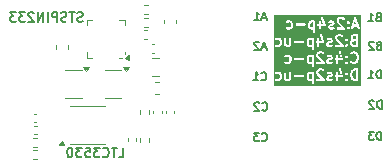
<source format=gbr>
%TF.GenerationSoftware,KiCad,Pcbnew,8.0.3*%
%TF.CreationDate,2024-07-16T20:49:30+03:00*%
%TF.ProjectId,PCBcoil,50434263-6f69-46c2-9e6b-696361645f70,rev?*%
%TF.SameCoordinates,Original*%
%TF.FileFunction,Legend,Bot*%
%TF.FilePolarity,Positive*%
%FSLAX46Y46*%
G04 Gerber Fmt 4.6, Leading zero omitted, Abs format (unit mm)*
G04 Created by KiCad (PCBNEW 8.0.3) date 2024-07-16 20:49:30*
%MOMM*%
%LPD*%
G01*
G04 APERTURE LIST*
%ADD10C,0.140000*%
%ADD11C,0.180000*%
%ADD12C,0.150000*%
%ADD13C,0.120000*%
G04 APERTURE END LIST*
D10*
X139412894Y-108734553D02*
X139412894Y-108034553D01*
X139412894Y-108034553D02*
X139246227Y-108034553D01*
X139246227Y-108034553D02*
X139146227Y-108067886D01*
X139146227Y-108067886D02*
X139079561Y-108134553D01*
X139079561Y-108134553D02*
X139046227Y-108201220D01*
X139046227Y-108201220D02*
X139012894Y-108334553D01*
X139012894Y-108334553D02*
X139012894Y-108434553D01*
X139012894Y-108434553D02*
X139046227Y-108567886D01*
X139046227Y-108567886D02*
X139079561Y-108634553D01*
X139079561Y-108634553D02*
X139146227Y-108701220D01*
X139146227Y-108701220D02*
X139246227Y-108734553D01*
X139246227Y-108734553D02*
X139412894Y-108734553D01*
X138779561Y-108034553D02*
X138346227Y-108034553D01*
X138346227Y-108034553D02*
X138579561Y-108301220D01*
X138579561Y-108301220D02*
X138479561Y-108301220D01*
X138479561Y-108301220D02*
X138412894Y-108334553D01*
X138412894Y-108334553D02*
X138379561Y-108367886D01*
X138379561Y-108367886D02*
X138346227Y-108434553D01*
X138346227Y-108434553D02*
X138346227Y-108601220D01*
X138346227Y-108601220D02*
X138379561Y-108667886D01*
X138379561Y-108667886D02*
X138412894Y-108701220D01*
X138412894Y-108701220D02*
X138479561Y-108734553D01*
X138479561Y-108734553D02*
X138679561Y-108734553D01*
X138679561Y-108734553D02*
X138746227Y-108701220D01*
X138746227Y-108701220D02*
X138779561Y-108667886D01*
X129671227Y-98384553D02*
X129337894Y-98384553D01*
X129737894Y-98584553D02*
X129504561Y-97884553D01*
X129504561Y-97884553D02*
X129271227Y-98584553D01*
X128671227Y-98584553D02*
X129071227Y-98584553D01*
X128871227Y-98584553D02*
X128871227Y-97884553D01*
X128871227Y-97884553D02*
X128937894Y-97984553D01*
X128937894Y-97984553D02*
X129004561Y-98051220D01*
X129004561Y-98051220D02*
X129071227Y-98084553D01*
X139387894Y-103534553D02*
X139387894Y-102834553D01*
X139387894Y-102834553D02*
X139221227Y-102834553D01*
X139221227Y-102834553D02*
X139121227Y-102867886D01*
X139121227Y-102867886D02*
X139054561Y-102934553D01*
X139054561Y-102934553D02*
X139021227Y-103001220D01*
X139021227Y-103001220D02*
X138987894Y-103134553D01*
X138987894Y-103134553D02*
X138987894Y-103234553D01*
X138987894Y-103234553D02*
X139021227Y-103367886D01*
X139021227Y-103367886D02*
X139054561Y-103434553D01*
X139054561Y-103434553D02*
X139121227Y-103501220D01*
X139121227Y-103501220D02*
X139221227Y-103534553D01*
X139221227Y-103534553D02*
X139387894Y-103534553D01*
X138321227Y-103534553D02*
X138721227Y-103534553D01*
X138521227Y-103534553D02*
X138521227Y-102834553D01*
X138521227Y-102834553D02*
X138587894Y-102934553D01*
X138587894Y-102934553D02*
X138654561Y-103001220D01*
X138654561Y-103001220D02*
X138721227Y-103034553D01*
X129671227Y-100909553D02*
X129337894Y-100909553D01*
X129737894Y-101109553D02*
X129504561Y-100409553D01*
X129504561Y-100409553D02*
X129271227Y-101109553D01*
X129071227Y-100476220D02*
X129037894Y-100442886D01*
X129037894Y-100442886D02*
X128971227Y-100409553D01*
X128971227Y-100409553D02*
X128804561Y-100409553D01*
X128804561Y-100409553D02*
X128737894Y-100442886D01*
X128737894Y-100442886D02*
X128704561Y-100476220D01*
X128704561Y-100476220D02*
X128671227Y-100542886D01*
X128671227Y-100542886D02*
X128671227Y-100609553D01*
X128671227Y-100609553D02*
X128704561Y-100709553D01*
X128704561Y-100709553D02*
X129104561Y-101109553D01*
X129104561Y-101109553D02*
X128671227Y-101109553D01*
X129337894Y-106192886D02*
X129371227Y-106226220D01*
X129371227Y-106226220D02*
X129471227Y-106259553D01*
X129471227Y-106259553D02*
X129537894Y-106259553D01*
X129537894Y-106259553D02*
X129637894Y-106226220D01*
X129637894Y-106226220D02*
X129704561Y-106159553D01*
X129704561Y-106159553D02*
X129737894Y-106092886D01*
X129737894Y-106092886D02*
X129771227Y-105959553D01*
X129771227Y-105959553D02*
X129771227Y-105859553D01*
X129771227Y-105859553D02*
X129737894Y-105726220D01*
X129737894Y-105726220D02*
X129704561Y-105659553D01*
X129704561Y-105659553D02*
X129637894Y-105592886D01*
X129637894Y-105592886D02*
X129537894Y-105559553D01*
X129537894Y-105559553D02*
X129471227Y-105559553D01*
X129471227Y-105559553D02*
X129371227Y-105592886D01*
X129371227Y-105592886D02*
X129337894Y-105626220D01*
X129071227Y-105626220D02*
X129037894Y-105592886D01*
X129037894Y-105592886D02*
X128971227Y-105559553D01*
X128971227Y-105559553D02*
X128804561Y-105559553D01*
X128804561Y-105559553D02*
X128737894Y-105592886D01*
X128737894Y-105592886D02*
X128704561Y-105626220D01*
X128704561Y-105626220D02*
X128671227Y-105692886D01*
X128671227Y-105692886D02*
X128671227Y-105759553D01*
X128671227Y-105759553D02*
X128704561Y-105859553D01*
X128704561Y-105859553D02*
X129104561Y-106259553D01*
X129104561Y-106259553D02*
X128671227Y-106259553D01*
X129312894Y-108767886D02*
X129346227Y-108801220D01*
X129346227Y-108801220D02*
X129446227Y-108834553D01*
X129446227Y-108834553D02*
X129512894Y-108834553D01*
X129512894Y-108834553D02*
X129612894Y-108801220D01*
X129612894Y-108801220D02*
X129679561Y-108734553D01*
X129679561Y-108734553D02*
X129712894Y-108667886D01*
X129712894Y-108667886D02*
X129746227Y-108534553D01*
X129746227Y-108534553D02*
X129746227Y-108434553D01*
X129746227Y-108434553D02*
X129712894Y-108301220D01*
X129712894Y-108301220D02*
X129679561Y-108234553D01*
X129679561Y-108234553D02*
X129612894Y-108167886D01*
X129612894Y-108167886D02*
X129512894Y-108134553D01*
X129512894Y-108134553D02*
X129446227Y-108134553D01*
X129446227Y-108134553D02*
X129346227Y-108167886D01*
X129346227Y-108167886D02*
X129312894Y-108201220D01*
X129079561Y-108134553D02*
X128646227Y-108134553D01*
X128646227Y-108134553D02*
X128879561Y-108401220D01*
X128879561Y-108401220D02*
X128779561Y-108401220D01*
X128779561Y-108401220D02*
X128712894Y-108434553D01*
X128712894Y-108434553D02*
X128679561Y-108467886D01*
X128679561Y-108467886D02*
X128646227Y-108534553D01*
X128646227Y-108534553D02*
X128646227Y-108701220D01*
X128646227Y-108701220D02*
X128679561Y-108767886D01*
X128679561Y-108767886D02*
X128712894Y-108801220D01*
X128712894Y-108801220D02*
X128779561Y-108834553D01*
X128779561Y-108834553D02*
X128979561Y-108834553D01*
X128979561Y-108834553D02*
X129046227Y-108801220D01*
X129046227Y-108801220D02*
X129079561Y-108767886D01*
X129262894Y-103642886D02*
X129296227Y-103676220D01*
X129296227Y-103676220D02*
X129396227Y-103709553D01*
X129396227Y-103709553D02*
X129462894Y-103709553D01*
X129462894Y-103709553D02*
X129562894Y-103676220D01*
X129562894Y-103676220D02*
X129629561Y-103609553D01*
X129629561Y-103609553D02*
X129662894Y-103542886D01*
X129662894Y-103542886D02*
X129696227Y-103409553D01*
X129696227Y-103409553D02*
X129696227Y-103309553D01*
X129696227Y-103309553D02*
X129662894Y-103176220D01*
X129662894Y-103176220D02*
X129629561Y-103109553D01*
X129629561Y-103109553D02*
X129562894Y-103042886D01*
X129562894Y-103042886D02*
X129462894Y-103009553D01*
X129462894Y-103009553D02*
X129396227Y-103009553D01*
X129396227Y-103009553D02*
X129296227Y-103042886D01*
X129296227Y-103042886D02*
X129262894Y-103076220D01*
X128596227Y-103709553D02*
X128996227Y-103709553D01*
X128796227Y-103709553D02*
X128796227Y-103009553D01*
X128796227Y-103009553D02*
X128862894Y-103109553D01*
X128862894Y-103109553D02*
X128929561Y-103176220D01*
X128929561Y-103176220D02*
X128996227Y-103209553D01*
X139462894Y-106084553D02*
X139462894Y-105384553D01*
X139462894Y-105384553D02*
X139296227Y-105384553D01*
X139296227Y-105384553D02*
X139196227Y-105417886D01*
X139196227Y-105417886D02*
X139129561Y-105484553D01*
X139129561Y-105484553D02*
X139096227Y-105551220D01*
X139096227Y-105551220D02*
X139062894Y-105684553D01*
X139062894Y-105684553D02*
X139062894Y-105784553D01*
X139062894Y-105784553D02*
X139096227Y-105917886D01*
X139096227Y-105917886D02*
X139129561Y-105984553D01*
X139129561Y-105984553D02*
X139196227Y-106051220D01*
X139196227Y-106051220D02*
X139296227Y-106084553D01*
X139296227Y-106084553D02*
X139462894Y-106084553D01*
X138796227Y-105451220D02*
X138762894Y-105417886D01*
X138762894Y-105417886D02*
X138696227Y-105384553D01*
X138696227Y-105384553D02*
X138529561Y-105384553D01*
X138529561Y-105384553D02*
X138462894Y-105417886D01*
X138462894Y-105417886D02*
X138429561Y-105451220D01*
X138429561Y-105451220D02*
X138396227Y-105517886D01*
X138396227Y-105517886D02*
X138396227Y-105584553D01*
X138396227Y-105584553D02*
X138429561Y-105684553D01*
X138429561Y-105684553D02*
X138829561Y-106084553D01*
X138829561Y-106084553D02*
X138396227Y-106084553D01*
X139154561Y-98317886D02*
X139054561Y-98351220D01*
X139054561Y-98351220D02*
X139021227Y-98384553D01*
X139021227Y-98384553D02*
X138987894Y-98451220D01*
X138987894Y-98451220D02*
X138987894Y-98551220D01*
X138987894Y-98551220D02*
X139021227Y-98617886D01*
X139021227Y-98617886D02*
X139054561Y-98651220D01*
X139054561Y-98651220D02*
X139121227Y-98684553D01*
X139121227Y-98684553D02*
X139387894Y-98684553D01*
X139387894Y-98684553D02*
X139387894Y-97984553D01*
X139387894Y-97984553D02*
X139154561Y-97984553D01*
X139154561Y-97984553D02*
X139087894Y-98017886D01*
X139087894Y-98017886D02*
X139054561Y-98051220D01*
X139054561Y-98051220D02*
X139021227Y-98117886D01*
X139021227Y-98117886D02*
X139021227Y-98184553D01*
X139021227Y-98184553D02*
X139054561Y-98251220D01*
X139054561Y-98251220D02*
X139087894Y-98284553D01*
X139087894Y-98284553D02*
X139154561Y-98317886D01*
X139154561Y-98317886D02*
X139387894Y-98317886D01*
X138321227Y-98684553D02*
X138721227Y-98684553D01*
X138521227Y-98684553D02*
X138521227Y-97984553D01*
X138521227Y-97984553D02*
X138587894Y-98084553D01*
X138587894Y-98084553D02*
X138654561Y-98151220D01*
X138654561Y-98151220D02*
X138721227Y-98184553D01*
X139204561Y-100742886D02*
X139104561Y-100776220D01*
X139104561Y-100776220D02*
X139071227Y-100809553D01*
X139071227Y-100809553D02*
X139037894Y-100876220D01*
X139037894Y-100876220D02*
X139037894Y-100976220D01*
X139037894Y-100976220D02*
X139071227Y-101042886D01*
X139071227Y-101042886D02*
X139104561Y-101076220D01*
X139104561Y-101076220D02*
X139171227Y-101109553D01*
X139171227Y-101109553D02*
X139437894Y-101109553D01*
X139437894Y-101109553D02*
X139437894Y-100409553D01*
X139437894Y-100409553D02*
X139204561Y-100409553D01*
X139204561Y-100409553D02*
X139137894Y-100442886D01*
X139137894Y-100442886D02*
X139104561Y-100476220D01*
X139104561Y-100476220D02*
X139071227Y-100542886D01*
X139071227Y-100542886D02*
X139071227Y-100609553D01*
X139071227Y-100609553D02*
X139104561Y-100676220D01*
X139104561Y-100676220D02*
X139137894Y-100709553D01*
X139137894Y-100709553D02*
X139204561Y-100742886D01*
X139204561Y-100742886D02*
X139437894Y-100742886D01*
X138771227Y-100476220D02*
X138737894Y-100442886D01*
X138737894Y-100442886D02*
X138671227Y-100409553D01*
X138671227Y-100409553D02*
X138504561Y-100409553D01*
X138504561Y-100409553D02*
X138437894Y-100442886D01*
X138437894Y-100442886D02*
X138404561Y-100476220D01*
X138404561Y-100476220D02*
X138371227Y-100542886D01*
X138371227Y-100542886D02*
X138371227Y-100609553D01*
X138371227Y-100609553D02*
X138404561Y-100709553D01*
X138404561Y-100709553D02*
X138804561Y-101109553D01*
X138804561Y-101109553D02*
X138371227Y-101109553D01*
D11*
G36*
X133531049Y-103155885D02*
G01*
X133531810Y-103559981D01*
X133516036Y-103568171D01*
X133387038Y-103569352D01*
X133333271Y-103543485D01*
X133310071Y-103521289D01*
X133282173Y-103467559D01*
X133280822Y-103252980D01*
X133306804Y-103198974D01*
X133329001Y-103175773D01*
X133382836Y-103147822D01*
X133511836Y-103146641D01*
X133531049Y-103155885D01*
G37*
G36*
X137303820Y-103568656D02*
G01*
X137196619Y-103569456D01*
X137099557Y-103538315D01*
X137039130Y-103479375D01*
X137007074Y-103417634D01*
X136967942Y-103266822D01*
X136966677Y-103159896D01*
X137002894Y-103009346D01*
X137035223Y-102942146D01*
X137095800Y-102880041D01*
X137188664Y-102847917D01*
X137302460Y-102847068D01*
X137303820Y-103568656D01*
G37*
G36*
X133531049Y-101706936D02*
G01*
X133531810Y-102111032D01*
X133516036Y-102119222D01*
X133387038Y-102120403D01*
X133333271Y-102094536D01*
X133310071Y-102072340D01*
X133282173Y-102018610D01*
X133280822Y-101804031D01*
X133306804Y-101750025D01*
X133329001Y-101726824D01*
X133382836Y-101698873D01*
X133511836Y-101697692D01*
X133531049Y-101706936D01*
G37*
G36*
X133531049Y-100257987D02*
G01*
X133531810Y-100662083D01*
X133516036Y-100670273D01*
X133387038Y-100671454D01*
X133333271Y-100645587D01*
X133310071Y-100623391D01*
X133282173Y-100569661D01*
X133280822Y-100355082D01*
X133306804Y-100301076D01*
X133329001Y-100277875D01*
X133382836Y-100249924D01*
X133511836Y-100248743D01*
X133531049Y-100257987D01*
G37*
G36*
X137303820Y-100670523D02*
G01*
X137073118Y-100671630D01*
X137018984Y-100645588D01*
X136995783Y-100623390D01*
X136967779Y-100569454D01*
X136966758Y-100483192D01*
X136992517Y-100429647D01*
X137010899Y-100410433D01*
X137102887Y-100378612D01*
X137303268Y-100377521D01*
X137303820Y-100670523D01*
G37*
G36*
X137302931Y-100199156D02*
G01*
X137115920Y-100200174D01*
X137061839Y-100174157D01*
X137038640Y-100151962D01*
X137010539Y-100097838D01*
X137009808Y-100054218D01*
X137035375Y-100001075D01*
X137057570Y-99977876D01*
X137111269Y-99949995D01*
X137302460Y-99948954D01*
X137302931Y-100199156D01*
G37*
G36*
X133659620Y-98809038D02*
G01*
X133660381Y-99213134D01*
X133644607Y-99221324D01*
X133515609Y-99222505D01*
X133461842Y-99196638D01*
X133438642Y-99174442D01*
X133410744Y-99120712D01*
X133409393Y-98906133D01*
X133435375Y-98852127D01*
X133457572Y-98828926D01*
X133511407Y-98800975D01*
X133640407Y-98799794D01*
X133659620Y-98809038D01*
G37*
G36*
X137311485Y-98964486D02*
G01*
X137130308Y-98965188D01*
X137220473Y-98693070D01*
X137311485Y-98964486D01*
G37*
G36*
X137710157Y-104146268D02*
G01*
X130303000Y-104146268D01*
X130303000Y-103089598D01*
X130403000Y-103089598D01*
X130405489Y-103124626D01*
X130421193Y-103156034D01*
X130447722Y-103179042D01*
X130481037Y-103190147D01*
X130516065Y-103187658D01*
X130532542Y-103181352D01*
X130597121Y-103147822D01*
X130726118Y-103146641D01*
X130779886Y-103172507D01*
X130803087Y-103194704D01*
X130830983Y-103248433D01*
X130832334Y-103463012D01*
X130806351Y-103517021D01*
X130784158Y-103540218D01*
X130730319Y-103568171D01*
X130601323Y-103569352D01*
X130516065Y-103528336D01*
X130481037Y-103525847D01*
X130447722Y-103536952D01*
X130421193Y-103559960D01*
X130405489Y-103591368D01*
X130403000Y-103626396D01*
X130414105Y-103659711D01*
X130437113Y-103686240D01*
X130452044Y-103695638D01*
X130526760Y-103731583D01*
X130528006Y-103732829D01*
X130537676Y-103736834D01*
X130554235Y-103744801D01*
X130557460Y-103745030D01*
X130560449Y-103746268D01*
X130578007Y-103747997D01*
X130735963Y-103746551D01*
X130738178Y-103747290D01*
X130750427Y-103746419D01*
X130766993Y-103746268D01*
X130769981Y-103745030D01*
X130773206Y-103744801D01*
X130789684Y-103738496D01*
X130875210Y-103694089D01*
X130885153Y-103689972D01*
X130888615Y-103687130D01*
X130890330Y-103686240D01*
X130891886Y-103684445D01*
X130898790Y-103678779D01*
X130941931Y-103633685D01*
X130949107Y-103627462D01*
X130951456Y-103623728D01*
X130952840Y-103622283D01*
X130953750Y-103620084D01*
X130958505Y-103612531D01*
X130994450Y-103537814D01*
X130995696Y-103536569D01*
X130999701Y-103526898D01*
X131007668Y-103510340D01*
X131007897Y-103507114D01*
X131009135Y-103504126D01*
X131010864Y-103486568D01*
X131009331Y-103243156D01*
X131010157Y-103240681D01*
X131009234Y-103227700D01*
X131009135Y-103211867D01*
X131007897Y-103208878D01*
X131007668Y-103205653D01*
X131001362Y-103189176D01*
X130956955Y-103103646D01*
X130952839Y-103093709D01*
X130949998Y-103090247D01*
X130949107Y-103088531D01*
X130947312Y-103086974D01*
X130941647Y-103080071D01*
X130918574Y-103057997D01*
X131216579Y-103057997D01*
X131218308Y-103675555D01*
X131231747Y-103707998D01*
X131256578Y-103732829D01*
X131289021Y-103746268D01*
X131324137Y-103746268D01*
X131356580Y-103732829D01*
X131366296Y-103723112D01*
X131383903Y-103731583D01*
X131385149Y-103732829D01*
X131394819Y-103736834D01*
X131411378Y-103744801D01*
X131414603Y-103745030D01*
X131417592Y-103746268D01*
X131435150Y-103747997D01*
X131550490Y-103746632D01*
X131552464Y-103747290D01*
X131563963Y-103746472D01*
X131581279Y-103746268D01*
X131584267Y-103745030D01*
X131587492Y-103744801D01*
X131603970Y-103738496D01*
X131685507Y-103696161D01*
X131694007Y-103693328D01*
X131698545Y-103689391D01*
X131704616Y-103686240D01*
X131712010Y-103677714D01*
X131720536Y-103670320D01*
X131726129Y-103661433D01*
X131727624Y-103659711D01*
X131728085Y-103658327D01*
X131729935Y-103655389D01*
X131765879Y-103580671D01*
X131767125Y-103579426D01*
X131771131Y-103569753D01*
X131779097Y-103553196D01*
X131779326Y-103549971D01*
X131780564Y-103546983D01*
X131782293Y-103529425D01*
X131781473Y-103297582D01*
X132032594Y-103297582D01*
X132032594Y-103332698D01*
X132046033Y-103365141D01*
X132070864Y-103389972D01*
X132103307Y-103403411D01*
X132120865Y-103405140D01*
X132824137Y-103403411D01*
X132856580Y-103389972D01*
X132881411Y-103365141D01*
X132894850Y-103332698D01*
X132894850Y-103297582D01*
X132881411Y-103265139D01*
X132856580Y-103240308D01*
X132830307Y-103229425D01*
X133102293Y-103229425D01*
X133103825Y-103472836D01*
X133103000Y-103475312D01*
X133103922Y-103488292D01*
X133104022Y-103504126D01*
X133105259Y-103507114D01*
X133105489Y-103510340D01*
X133111795Y-103526818D01*
X133156200Y-103612341D01*
X133160318Y-103622283D01*
X133163161Y-103625747D01*
X133164052Y-103627463D01*
X133165847Y-103629019D01*
X133171511Y-103635921D01*
X133216602Y-103679061D01*
X133222828Y-103686240D01*
X133226561Y-103688589D01*
X133228006Y-103689972D01*
X133230202Y-103690881D01*
X133237759Y-103695638D01*
X133312475Y-103731583D01*
X133313721Y-103732829D01*
X133323391Y-103736834D01*
X133339950Y-103744801D01*
X133343175Y-103745030D01*
X133346164Y-103746268D01*
X133363722Y-103747997D01*
X133521680Y-103746551D01*
X133523895Y-103747290D01*
X133532162Y-103746702D01*
X133532594Y-103975555D01*
X133546033Y-104007998D01*
X133570864Y-104032829D01*
X133603307Y-104046268D01*
X133638423Y-104046268D01*
X133670866Y-104032829D01*
X133695697Y-104007998D01*
X133709136Y-103975555D01*
X133710865Y-103957997D01*
X133709252Y-103102339D01*
X133710158Y-103089598D01*
X133709223Y-103086794D01*
X133709136Y-103040439D01*
X133695697Y-103007996D01*
X133670866Y-102983165D01*
X133638423Y-102969726D01*
X133603307Y-102969726D01*
X133578008Y-102980205D01*
X133575484Y-102979160D01*
X133558923Y-102971193D01*
X133555697Y-102970963D01*
X133552709Y-102969726D01*
X133535151Y-102967997D01*
X133377192Y-102969442D01*
X133374978Y-102968704D01*
X133362727Y-102969574D01*
X133346164Y-102969726D01*
X133343175Y-102970963D01*
X133339950Y-102971193D01*
X133323473Y-102977499D01*
X133237943Y-103021905D01*
X133228006Y-103026022D01*
X133224544Y-103028862D01*
X133222828Y-103029754D01*
X133221271Y-103031548D01*
X133214368Y-103037214D01*
X133171227Y-103082306D01*
X133164052Y-103088530D01*
X133161701Y-103092263D01*
X133160319Y-103093709D01*
X133159409Y-103095905D01*
X133154653Y-103103461D01*
X133118707Y-103178177D01*
X133117461Y-103179424D01*
X133113454Y-103189095D01*
X133105489Y-103205653D01*
X133105259Y-103208878D01*
X133104022Y-103211867D01*
X133102293Y-103229425D01*
X132830307Y-103229425D01*
X132824137Y-103226869D01*
X132806579Y-103225140D01*
X132103307Y-103226869D01*
X132070864Y-103240308D01*
X132046033Y-103265139D01*
X132032594Y-103297582D01*
X131781473Y-103297582D01*
X131780564Y-103040439D01*
X131767125Y-103007996D01*
X131742294Y-102983165D01*
X131709851Y-102969726D01*
X131674735Y-102969726D01*
X131642292Y-102983165D01*
X131617461Y-103007996D01*
X131604022Y-103040439D01*
X131602293Y-103057997D01*
X131603875Y-103505635D01*
X131583508Y-103547973D01*
X131544504Y-103568224D01*
X131458243Y-103569245D01*
X131404699Y-103543485D01*
X131396235Y-103535388D01*
X131394850Y-103040439D01*
X131381411Y-103007996D01*
X131356580Y-102983165D01*
X131324137Y-102969726D01*
X131289021Y-102969726D01*
X131256578Y-102983165D01*
X131231747Y-103007996D01*
X131218308Y-103040439D01*
X131216579Y-103057997D01*
X130918574Y-103057997D01*
X130896553Y-103036929D01*
X130890330Y-103029754D01*
X130886595Y-103027403D01*
X130885152Y-103026022D01*
X130882957Y-103025113D01*
X130875399Y-103020355D01*
X130800681Y-102984410D01*
X130799436Y-102983165D01*
X130789763Y-102979158D01*
X130773206Y-102971193D01*
X130769981Y-102970963D01*
X130766993Y-102969726D01*
X130749435Y-102967997D01*
X130591477Y-102969442D01*
X130589263Y-102968704D01*
X130577012Y-102969574D01*
X130560449Y-102969726D01*
X130557460Y-102970963D01*
X130554235Y-102971193D01*
X130537758Y-102977499D01*
X130437113Y-103029754D01*
X130414105Y-103056283D01*
X130403000Y-103089598D01*
X130303000Y-103089598D01*
X130303000Y-102929425D01*
X133916579Y-102929425D01*
X133918027Y-103015950D01*
X133917285Y-103026397D01*
X133918275Y-103030751D01*
X133918308Y-103032698D01*
X133919217Y-103034894D01*
X133921198Y-103043600D01*
X133961166Y-103159139D01*
X133961166Y-103161269D01*
X133965634Y-103172058D01*
X133971247Y-103188282D01*
X133973366Y-103190726D01*
X133974604Y-103193713D01*
X133985796Y-103207351D01*
X134348770Y-103568643D01*
X133989021Y-103569726D01*
X133956578Y-103583165D01*
X133931747Y-103607996D01*
X133918308Y-103640439D01*
X133918308Y-103675555D01*
X133931747Y-103707998D01*
X133956578Y-103732829D01*
X133989021Y-103746268D01*
X134006579Y-103747997D01*
X134581280Y-103746268D01*
X134613723Y-103732829D01*
X134638554Y-103707998D01*
X134651993Y-103675555D01*
X134651993Y-103640439D01*
X134638554Y-103607996D01*
X134638554Y-103607995D01*
X134627361Y-103594357D01*
X134519071Y-103486568D01*
X134773722Y-103486568D01*
X134774610Y-103517622D01*
X134774429Y-103518168D01*
X134774759Y-103522818D01*
X134775451Y-103546983D01*
X134776688Y-103549971D01*
X134776918Y-103553196D01*
X134783223Y-103569674D01*
X134825557Y-103651211D01*
X134828391Y-103659711D01*
X134832327Y-103664249D01*
X134835479Y-103670320D01*
X134844004Y-103677714D01*
X134851399Y-103686240D01*
X134860282Y-103691831D01*
X134862008Y-103693328D01*
X134863394Y-103693790D01*
X134866330Y-103695638D01*
X134941046Y-103731583D01*
X134942292Y-103732829D01*
X134951962Y-103736834D01*
X134968521Y-103744801D01*
X134971746Y-103745030D01*
X134974735Y-103746268D01*
X134992293Y-103747997D01*
X135150251Y-103746551D01*
X135152466Y-103747290D01*
X135164716Y-103746419D01*
X135181280Y-103746268D01*
X135184268Y-103745030D01*
X135187494Y-103744801D01*
X135203971Y-103738495D01*
X135304616Y-103686240D01*
X135327624Y-103659711D01*
X135338729Y-103626396D01*
X135336240Y-103591368D01*
X135320536Y-103559960D01*
X135294007Y-103536952D01*
X135260692Y-103525847D01*
X135225664Y-103528336D01*
X135209187Y-103534642D01*
X135144607Y-103568171D01*
X135015609Y-103569352D01*
X134973745Y-103549212D01*
X134953153Y-103509551D01*
X134953118Y-103508321D01*
X134972506Y-103468019D01*
X135011508Y-103447769D01*
X135107635Y-103446632D01*
X135109609Y-103447290D01*
X135121108Y-103446472D01*
X135138423Y-103446268D01*
X135141411Y-103445030D01*
X135144637Y-103444801D01*
X135161114Y-103438495D01*
X135242649Y-103396161D01*
X135251150Y-103393328D01*
X135255688Y-103389391D01*
X135261759Y-103386240D01*
X135269153Y-103377714D01*
X135277679Y-103370320D01*
X135283272Y-103361433D01*
X135284767Y-103359711D01*
X135285228Y-103358327D01*
X135287078Y-103355389D01*
X135294270Y-103340439D01*
X135461165Y-103340439D01*
X135461165Y-103375555D01*
X135474604Y-103407998D01*
X135499435Y-103432829D01*
X135531878Y-103446268D01*
X135549436Y-103447997D01*
X135589099Y-103447877D01*
X135589737Y-103675555D01*
X135603176Y-103707998D01*
X135628007Y-103732829D01*
X135660450Y-103746268D01*
X135695566Y-103746268D01*
X135728009Y-103732829D01*
X135752840Y-103707998D01*
X135766279Y-103675555D01*
X135768008Y-103657997D01*
X135767839Y-103597583D01*
X136361166Y-103597583D01*
X136361166Y-103632699D01*
X136374604Y-103665143D01*
X136374608Y-103665147D01*
X136385796Y-103678780D01*
X136442291Y-103732829D01*
X136450394Y-103736185D01*
X136474735Y-103746268D01*
X136509851Y-103746268D01*
X136534192Y-103736185D01*
X136542295Y-103732829D01*
X136555933Y-103721637D01*
X136609959Y-103665165D01*
X136609982Y-103665143D01*
X136623420Y-103632699D01*
X136623421Y-103597583D01*
X136609983Y-103565139D01*
X136598791Y-103551501D01*
X136542296Y-103497450D01*
X136518655Y-103487658D01*
X136509851Y-103484011D01*
X136474735Y-103484011D01*
X136459922Y-103490147D01*
X136455731Y-103491883D01*
X136442292Y-103497449D01*
X136442291Y-103497450D01*
X136428653Y-103508643D01*
X136374603Y-103565139D01*
X136368528Y-103579808D01*
X136363740Y-103591369D01*
X136361166Y-103597583D01*
X135767839Y-103597583D01*
X135767418Y-103447341D01*
X136104285Y-103446327D01*
X136117836Y-103447291D01*
X136120875Y-103446277D01*
X136124137Y-103446268D01*
X136137456Y-103440750D01*
X136151150Y-103436186D01*
X136153594Y-103434065D01*
X136156580Y-103432829D01*
X136166777Y-103422631D01*
X136177678Y-103413177D01*
X136179124Y-103410284D01*
X136181411Y-103407998D01*
X136186932Y-103394668D01*
X136193383Y-103381768D01*
X136193612Y-103378543D01*
X136194850Y-103375555D01*
X136194850Y-103361131D01*
X136195873Y-103346740D01*
X136194850Y-103342241D01*
X136194850Y-103340439D01*
X136193941Y-103338245D01*
X136191961Y-103329537D01*
X136123604Y-103126153D01*
X136361166Y-103126153D01*
X136361166Y-103161269D01*
X136374604Y-103193713D01*
X136385796Y-103207351D01*
X136442291Y-103261400D01*
X136450394Y-103264756D01*
X136474735Y-103274839D01*
X136509851Y-103274839D01*
X136534192Y-103264756D01*
X136542295Y-103261400D01*
X136555933Y-103250208D01*
X136609982Y-103193713D01*
X136623420Y-103161269D01*
X136623420Y-103143711D01*
X136788007Y-103143711D01*
X136789471Y-103267525D01*
X136788113Y-103276657D01*
X136789707Y-103287439D01*
X136789736Y-103289840D01*
X136790243Y-103291065D01*
X136790694Y-103294110D01*
X136833448Y-103458883D01*
X136834060Y-103467483D01*
X136839091Y-103480629D01*
X136839487Y-103482154D01*
X136839875Y-103482678D01*
X136840366Y-103483960D01*
X136884772Y-103569489D01*
X136888889Y-103579427D01*
X136891729Y-103582888D01*
X136892621Y-103584605D01*
X136894415Y-103586161D01*
X136900081Y-103593065D01*
X136977433Y-103668513D01*
X136978337Y-103670320D01*
X136986904Y-103677751D01*
X136999434Y-103689972D01*
X137002420Y-103691209D01*
X137004865Y-103693329D01*
X137020976Y-103700521D01*
X137149756Y-103741838D01*
X137160449Y-103746268D01*
X137164939Y-103746710D01*
X137166750Y-103747291D01*
X137169123Y-103747122D01*
X137178007Y-103747997D01*
X137409851Y-103746268D01*
X137442294Y-103732829D01*
X137467125Y-103707998D01*
X137480564Y-103675555D01*
X137482293Y-103657997D01*
X137480564Y-102740439D01*
X137467125Y-102707996D01*
X137442294Y-102683165D01*
X137409851Y-102669726D01*
X137392293Y-102667997D01*
X137179176Y-102669586D01*
X137166750Y-102668703D01*
X137162312Y-102669712D01*
X137160449Y-102669726D01*
X137158255Y-102670634D01*
X137149547Y-102672615D01*
X137034009Y-102712583D01*
X137031879Y-102712583D01*
X137021081Y-102717055D01*
X137004865Y-102722665D01*
X137002422Y-102724783D01*
X136999435Y-102726021D01*
X136985797Y-102737214D01*
X136901180Y-102823964D01*
X136892621Y-102831388D01*
X136890221Y-102835200D01*
X136888889Y-102836566D01*
X136887980Y-102838760D01*
X136883222Y-102846319D01*
X136844137Y-102927563D01*
X136839487Y-102933839D01*
X136834780Y-102947011D01*
X136834060Y-102948510D01*
X136834013Y-102949158D01*
X136833551Y-102950454D01*
X136793429Y-103117237D01*
X136789736Y-103126153D01*
X136788662Y-103137049D01*
X136788113Y-103139336D01*
X136788308Y-103140649D01*
X136788007Y-103143711D01*
X136623420Y-103143711D01*
X136623420Y-103126153D01*
X136609982Y-103093709D01*
X136598790Y-103080071D01*
X136542295Y-103026022D01*
X136524661Y-103018718D01*
X136509851Y-103012583D01*
X136474735Y-103012583D01*
X136459925Y-103018718D01*
X136442291Y-103026022D01*
X136428653Y-103037214D01*
X136374604Y-103093709D01*
X136361166Y-103126153D01*
X136123604Y-103126153D01*
X135970482Y-102670569D01*
X135947473Y-102644041D01*
X135916064Y-102628336D01*
X135881036Y-102625846D01*
X135847722Y-102636951D01*
X135821194Y-102659960D01*
X135805489Y-102691369D01*
X135802999Y-102726397D01*
X135806912Y-102743601D01*
X135983285Y-103268367D01*
X135766918Y-103269018D01*
X135766279Y-103040439D01*
X135752840Y-103007996D01*
X135728009Y-102983165D01*
X135695566Y-102969726D01*
X135660450Y-102969726D01*
X135628007Y-102983165D01*
X135603176Y-103007996D01*
X135589737Y-103040439D01*
X135588008Y-103057997D01*
X135588600Y-103269555D01*
X135531878Y-103269726D01*
X135499435Y-103283165D01*
X135474604Y-103307996D01*
X135461165Y-103340439D01*
X135294270Y-103340439D01*
X135323022Y-103280671D01*
X135324268Y-103279426D01*
X135328274Y-103269753D01*
X135336240Y-103253196D01*
X135336469Y-103249971D01*
X135337707Y-103246983D01*
X135339436Y-103229425D01*
X135338547Y-103198369D01*
X135338729Y-103197824D01*
X135338398Y-103193173D01*
X135337707Y-103169010D01*
X135336469Y-103166021D01*
X135336240Y-103162796D01*
X135329934Y-103146319D01*
X135287600Y-103064782D01*
X135284767Y-103056283D01*
X135280830Y-103051744D01*
X135277679Y-103045674D01*
X135269153Y-103038279D01*
X135261759Y-103029754D01*
X135252872Y-103024160D01*
X135251150Y-103022666D01*
X135249766Y-103022204D01*
X135246828Y-103020355D01*
X135172111Y-102984410D01*
X135170866Y-102983165D01*
X135161198Y-102979160D01*
X135144637Y-102971193D01*
X135141411Y-102970963D01*
X135138423Y-102969726D01*
X135120865Y-102967997D01*
X135005522Y-102969361D01*
X135003549Y-102968704D01*
X134992049Y-102969521D01*
X134974735Y-102969726D01*
X134971746Y-102970963D01*
X134968521Y-102971193D01*
X134952044Y-102977499D01*
X134851399Y-103029754D01*
X134828391Y-103056283D01*
X134817286Y-103089598D01*
X134819775Y-103124626D01*
X134835479Y-103156034D01*
X134862008Y-103179042D01*
X134895323Y-103190147D01*
X134930351Y-103187658D01*
X134946828Y-103181352D01*
X135011508Y-103147769D01*
X135097772Y-103146748D01*
X135139413Y-103166781D01*
X135160004Y-103206441D01*
X135160039Y-103207670D01*
X135140650Y-103247974D01*
X135101649Y-103268224D01*
X135005522Y-103269361D01*
X135003549Y-103268704D01*
X134992049Y-103269521D01*
X134974735Y-103269726D01*
X134971746Y-103270963D01*
X134968521Y-103271193D01*
X134952044Y-103277499D01*
X134870507Y-103319832D01*
X134862008Y-103322666D01*
X134857469Y-103326602D01*
X134851399Y-103329754D01*
X134844004Y-103338279D01*
X134835479Y-103345674D01*
X134829885Y-103354560D01*
X134828391Y-103356283D01*
X134827929Y-103357666D01*
X134826080Y-103360605D01*
X134790135Y-103435321D01*
X134788890Y-103436567D01*
X134784885Y-103446234D01*
X134776918Y-103462796D01*
X134776688Y-103466021D01*
X134775451Y-103469010D01*
X134773722Y-103486568D01*
X134519071Y-103486568D01*
X134128932Y-103098236D01*
X134096395Y-103004181D01*
X134095523Y-102952116D01*
X134121090Y-102898973D01*
X134143285Y-102875774D01*
X134197059Y-102847854D01*
X134368837Y-102846573D01*
X134422744Y-102872507D01*
X134470863Y-102918543D01*
X134503307Y-102931981D01*
X134538423Y-102931981D01*
X134570867Y-102918543D01*
X134595697Y-102893713D01*
X134609135Y-102861269D01*
X134609135Y-102826153D01*
X134595697Y-102793709D01*
X134584505Y-102780071D01*
X134539411Y-102736929D01*
X134533188Y-102729754D01*
X134529453Y-102727403D01*
X134528010Y-102726022D01*
X134525815Y-102725113D01*
X134518257Y-102720355D01*
X134443540Y-102684410D01*
X134442295Y-102683165D01*
X134432627Y-102679160D01*
X134416066Y-102671193D01*
X134412840Y-102670963D01*
X134409852Y-102669726D01*
X134392294Y-102667997D01*
X134191632Y-102669493D01*
X134189264Y-102668704D01*
X134176573Y-102669605D01*
X134160450Y-102669726D01*
X134157461Y-102670963D01*
X134154236Y-102671193D01*
X134137759Y-102677499D01*
X134052235Y-102721902D01*
X134042293Y-102726021D01*
X134038829Y-102728863D01*
X134037114Y-102729754D01*
X134035558Y-102731547D01*
X134028655Y-102737213D01*
X133985508Y-102782310D01*
X133978336Y-102788531D01*
X133975987Y-102792262D01*
X133974604Y-102793708D01*
X133973693Y-102795905D01*
X133968937Y-102803462D01*
X133932992Y-102878178D01*
X133931747Y-102879424D01*
X133927742Y-102889091D01*
X133919775Y-102905653D01*
X133919545Y-102908878D01*
X133918308Y-102911867D01*
X133916579Y-102929425D01*
X130303000Y-102929425D01*
X130303000Y-101640649D01*
X131217286Y-101640649D01*
X131219775Y-101675677D01*
X131235479Y-101707085D01*
X131262008Y-101730093D01*
X131295323Y-101741198D01*
X131330351Y-101738709D01*
X131346828Y-101732403D01*
X131411407Y-101698873D01*
X131540404Y-101697692D01*
X131594172Y-101723558D01*
X131617373Y-101745755D01*
X131645269Y-101799484D01*
X131646620Y-102014063D01*
X131620637Y-102068072D01*
X131598444Y-102091269D01*
X131544605Y-102119222D01*
X131415609Y-102120403D01*
X131330351Y-102079387D01*
X131295323Y-102076898D01*
X131262008Y-102088003D01*
X131235479Y-102111011D01*
X131219775Y-102142419D01*
X131217286Y-102177447D01*
X131228391Y-102210762D01*
X131251399Y-102237291D01*
X131266330Y-102246689D01*
X131341046Y-102282634D01*
X131342292Y-102283880D01*
X131351962Y-102287885D01*
X131368521Y-102295852D01*
X131371746Y-102296081D01*
X131374735Y-102297319D01*
X131392293Y-102299048D01*
X131550249Y-102297602D01*
X131552464Y-102298341D01*
X131564713Y-102297470D01*
X131581279Y-102297319D01*
X131584267Y-102296081D01*
X131587492Y-102295852D01*
X131603970Y-102289547D01*
X131689496Y-102245140D01*
X131699439Y-102241023D01*
X131702901Y-102238181D01*
X131704616Y-102237291D01*
X131706172Y-102235496D01*
X131713076Y-102229830D01*
X131756217Y-102184736D01*
X131763393Y-102178513D01*
X131765742Y-102174779D01*
X131767126Y-102173334D01*
X131768036Y-102171135D01*
X131772791Y-102163582D01*
X131808736Y-102088865D01*
X131809982Y-102087620D01*
X131813987Y-102077949D01*
X131821954Y-102061391D01*
X131822183Y-102058165D01*
X131823421Y-102055177D01*
X131825150Y-102037619D01*
X131823960Y-101848633D01*
X132032594Y-101848633D01*
X132032594Y-101883749D01*
X132046033Y-101916192D01*
X132070864Y-101941023D01*
X132103307Y-101954462D01*
X132120865Y-101956191D01*
X132824137Y-101954462D01*
X132856580Y-101941023D01*
X132881411Y-101916192D01*
X132894850Y-101883749D01*
X132894850Y-101848633D01*
X132881411Y-101816190D01*
X132856580Y-101791359D01*
X132830307Y-101780476D01*
X133102293Y-101780476D01*
X133103825Y-102023887D01*
X133103000Y-102026363D01*
X133103922Y-102039343D01*
X133104022Y-102055177D01*
X133105259Y-102058165D01*
X133105489Y-102061391D01*
X133111795Y-102077869D01*
X133156200Y-102163392D01*
X133160318Y-102173334D01*
X133163161Y-102176798D01*
X133164052Y-102178514D01*
X133165847Y-102180070D01*
X133171511Y-102186972D01*
X133216602Y-102230112D01*
X133222828Y-102237291D01*
X133226561Y-102239640D01*
X133228006Y-102241023D01*
X133230202Y-102241932D01*
X133237759Y-102246689D01*
X133312475Y-102282634D01*
X133313721Y-102283880D01*
X133323391Y-102287885D01*
X133339950Y-102295852D01*
X133343175Y-102296081D01*
X133346164Y-102297319D01*
X133363722Y-102299048D01*
X133521680Y-102297602D01*
X133523895Y-102298341D01*
X133532162Y-102297753D01*
X133532594Y-102526606D01*
X133546033Y-102559049D01*
X133570864Y-102583880D01*
X133603307Y-102597319D01*
X133638423Y-102597319D01*
X133670866Y-102583880D01*
X133695697Y-102559049D01*
X133709136Y-102526606D01*
X133710865Y-102509048D01*
X133709252Y-101653390D01*
X133710158Y-101640649D01*
X133709223Y-101637845D01*
X133709136Y-101591490D01*
X133695697Y-101559047D01*
X133670866Y-101534216D01*
X133638423Y-101520777D01*
X133603307Y-101520777D01*
X133578008Y-101531256D01*
X133575484Y-101530211D01*
X133558923Y-101522244D01*
X133555697Y-101522014D01*
X133552709Y-101520777D01*
X133535151Y-101519048D01*
X133377192Y-101520493D01*
X133374978Y-101519755D01*
X133362727Y-101520625D01*
X133346164Y-101520777D01*
X133343175Y-101522014D01*
X133339950Y-101522244D01*
X133323473Y-101528550D01*
X133237943Y-101572956D01*
X133228006Y-101577073D01*
X133224544Y-101579913D01*
X133222828Y-101580805D01*
X133221271Y-101582599D01*
X133214368Y-101588265D01*
X133171227Y-101633357D01*
X133164052Y-101639581D01*
X133161701Y-101643314D01*
X133160319Y-101644760D01*
X133159409Y-101646956D01*
X133154653Y-101654512D01*
X133118707Y-101729228D01*
X133117461Y-101730475D01*
X133113454Y-101740146D01*
X133105489Y-101756704D01*
X133105259Y-101759929D01*
X133104022Y-101762918D01*
X133102293Y-101780476D01*
X132830307Y-101780476D01*
X132824137Y-101777920D01*
X132806579Y-101776191D01*
X132103307Y-101777920D01*
X132070864Y-101791359D01*
X132046033Y-101816190D01*
X132032594Y-101848633D01*
X131823960Y-101848633D01*
X131823617Y-101794207D01*
X131824443Y-101791732D01*
X131823520Y-101778751D01*
X131823421Y-101762918D01*
X131822183Y-101759929D01*
X131821954Y-101756704D01*
X131815648Y-101740227D01*
X131771241Y-101654697D01*
X131767125Y-101644760D01*
X131764284Y-101641298D01*
X131763393Y-101639582D01*
X131761598Y-101638025D01*
X131755933Y-101631122D01*
X131710839Y-101587980D01*
X131704616Y-101580805D01*
X131700881Y-101578454D01*
X131699438Y-101577073D01*
X131697243Y-101576164D01*
X131689685Y-101571406D01*
X131614967Y-101535461D01*
X131613722Y-101534216D01*
X131604049Y-101530209D01*
X131587492Y-101522244D01*
X131584267Y-101522014D01*
X131581279Y-101520777D01*
X131563721Y-101519048D01*
X131405763Y-101520493D01*
X131403549Y-101519755D01*
X131391298Y-101520625D01*
X131374735Y-101520777D01*
X131371746Y-101522014D01*
X131368521Y-101522244D01*
X131352044Y-101528550D01*
X131251399Y-101580805D01*
X131228391Y-101607334D01*
X131217286Y-101640649D01*
X130303000Y-101640649D01*
X130303000Y-101480476D01*
X133916579Y-101480476D01*
X133918027Y-101567001D01*
X133917285Y-101577448D01*
X133918275Y-101581802D01*
X133918308Y-101583749D01*
X133919217Y-101585945D01*
X133921198Y-101594651D01*
X133961166Y-101710190D01*
X133961166Y-101712320D01*
X133965634Y-101723109D01*
X133971247Y-101739333D01*
X133973366Y-101741777D01*
X133974604Y-101744764D01*
X133985796Y-101758402D01*
X134348770Y-102119694D01*
X133989021Y-102120777D01*
X133956578Y-102134216D01*
X133931747Y-102159047D01*
X133918308Y-102191490D01*
X133918308Y-102226606D01*
X133931747Y-102259049D01*
X133956578Y-102283880D01*
X133989021Y-102297319D01*
X134006579Y-102299048D01*
X134581280Y-102297319D01*
X134613723Y-102283880D01*
X134638554Y-102259049D01*
X134651993Y-102226606D01*
X134651993Y-102191490D01*
X134638554Y-102159047D01*
X134638554Y-102159046D01*
X134627361Y-102145408D01*
X134519071Y-102037619D01*
X134773722Y-102037619D01*
X134774610Y-102068673D01*
X134774429Y-102069219D01*
X134774759Y-102073869D01*
X134775451Y-102098034D01*
X134776688Y-102101022D01*
X134776918Y-102104247D01*
X134783223Y-102120725D01*
X134825557Y-102202262D01*
X134828391Y-102210762D01*
X134832327Y-102215300D01*
X134835479Y-102221371D01*
X134844004Y-102228765D01*
X134851399Y-102237291D01*
X134860282Y-102242882D01*
X134862008Y-102244379D01*
X134863394Y-102244841D01*
X134866330Y-102246689D01*
X134941046Y-102282634D01*
X134942292Y-102283880D01*
X134951962Y-102287885D01*
X134968521Y-102295852D01*
X134971746Y-102296081D01*
X134974735Y-102297319D01*
X134992293Y-102299048D01*
X135150251Y-102297602D01*
X135152466Y-102298341D01*
X135164716Y-102297470D01*
X135181280Y-102297319D01*
X135184268Y-102296081D01*
X135187494Y-102295852D01*
X135203971Y-102289546D01*
X135304616Y-102237291D01*
X135327624Y-102210762D01*
X135338729Y-102177447D01*
X135336240Y-102142419D01*
X135320536Y-102111011D01*
X135294007Y-102088003D01*
X135260692Y-102076898D01*
X135225664Y-102079387D01*
X135209187Y-102085693D01*
X135144607Y-102119222D01*
X135015609Y-102120403D01*
X134973745Y-102100263D01*
X134953153Y-102060602D01*
X134953118Y-102059372D01*
X134972506Y-102019070D01*
X135011508Y-101998820D01*
X135107635Y-101997683D01*
X135109609Y-101998341D01*
X135121108Y-101997523D01*
X135138423Y-101997319D01*
X135141411Y-101996081D01*
X135144637Y-101995852D01*
X135161114Y-101989546D01*
X135242649Y-101947212D01*
X135251150Y-101944379D01*
X135255688Y-101940442D01*
X135261759Y-101937291D01*
X135269153Y-101928765D01*
X135277679Y-101921371D01*
X135283272Y-101912484D01*
X135284767Y-101910762D01*
X135285228Y-101909378D01*
X135287078Y-101906440D01*
X135294270Y-101891490D01*
X135461165Y-101891490D01*
X135461165Y-101926606D01*
X135474604Y-101959049D01*
X135499435Y-101983880D01*
X135531878Y-101997319D01*
X135549436Y-101999048D01*
X135589099Y-101998928D01*
X135589737Y-102226606D01*
X135603176Y-102259049D01*
X135628007Y-102283880D01*
X135660450Y-102297319D01*
X135695566Y-102297319D01*
X135728009Y-102283880D01*
X135752840Y-102259049D01*
X135766279Y-102226606D01*
X135768008Y-102209048D01*
X135767839Y-102148634D01*
X136361166Y-102148634D01*
X136361166Y-102183750D01*
X136374604Y-102216194D01*
X136374608Y-102216198D01*
X136385796Y-102229831D01*
X136442291Y-102283880D01*
X136450394Y-102287236D01*
X136474735Y-102297319D01*
X136509851Y-102297319D01*
X136534192Y-102287236D01*
X136542295Y-102283880D01*
X136555933Y-102272688D01*
X136609959Y-102216216D01*
X136609982Y-102216194D01*
X136623420Y-102183750D01*
X136623421Y-102148634D01*
X136609983Y-102116190D01*
X136598791Y-102102552D01*
X136542296Y-102048501D01*
X136518655Y-102038709D01*
X136509851Y-102035062D01*
X136474735Y-102035062D01*
X136459922Y-102041198D01*
X136455731Y-102042934D01*
X136442292Y-102048500D01*
X136442291Y-102048501D01*
X136428653Y-102059694D01*
X136374603Y-102116190D01*
X136368528Y-102130859D01*
X136363740Y-102142420D01*
X136361166Y-102148634D01*
X135767839Y-102148634D01*
X135767418Y-101998392D01*
X136104285Y-101997378D01*
X136117836Y-101998342D01*
X136120875Y-101997328D01*
X136124137Y-101997319D01*
X136137456Y-101991801D01*
X136151150Y-101987237D01*
X136153594Y-101985116D01*
X136156580Y-101983880D01*
X136166777Y-101973682D01*
X136177678Y-101964228D01*
X136179124Y-101961335D01*
X136181411Y-101959049D01*
X136186932Y-101945719D01*
X136193383Y-101932819D01*
X136193612Y-101929594D01*
X136194850Y-101926606D01*
X136194850Y-101912182D01*
X136195873Y-101897791D01*
X136194850Y-101893292D01*
X136194850Y-101891490D01*
X136193941Y-101889296D01*
X136191961Y-101880588D01*
X136123604Y-101677204D01*
X136361166Y-101677204D01*
X136361166Y-101712320D01*
X136374604Y-101744764D01*
X136385796Y-101758402D01*
X136442291Y-101812451D01*
X136450394Y-101815807D01*
X136474735Y-101825890D01*
X136509851Y-101825890D01*
X136534192Y-101815807D01*
X136542295Y-101812451D01*
X136555933Y-101801259D01*
X136609982Y-101744764D01*
X136623420Y-101712320D01*
X136623420Y-101677204D01*
X136609982Y-101644760D01*
X136598790Y-101631122D01*
X136542295Y-101577073D01*
X136524661Y-101569769D01*
X136509851Y-101563634D01*
X136474735Y-101563634D01*
X136459925Y-101569769D01*
X136442291Y-101577073D01*
X136428653Y-101588265D01*
X136374604Y-101644760D01*
X136361166Y-101677204D01*
X136123604Y-101677204D01*
X136022774Y-101377204D01*
X136789737Y-101377204D01*
X136789737Y-101412320D01*
X136803175Y-101444764D01*
X136828005Y-101469594D01*
X136860449Y-101483032D01*
X136895565Y-101483032D01*
X136928009Y-101469594D01*
X136941647Y-101458402D01*
X136968042Y-101430811D01*
X137060394Y-101398864D01*
X137117533Y-101397907D01*
X137213599Y-101428729D01*
X137274026Y-101487669D01*
X137306082Y-101549409D01*
X137345214Y-101700221D01*
X137346479Y-101807147D01*
X137310263Y-101957693D01*
X137277933Y-102024898D01*
X137217357Y-102087002D01*
X137124191Y-102119231D01*
X137067053Y-102120188D01*
X136970590Y-102089239D01*
X136928010Y-102048501D01*
X136895566Y-102035063D01*
X136860450Y-102035063D01*
X136828006Y-102048500D01*
X136803175Y-102073330D01*
X136789737Y-102105774D01*
X136789737Y-102140890D01*
X136803174Y-102173334D01*
X136814367Y-102186972D01*
X136849254Y-102220350D01*
X136849765Y-102221371D01*
X136855720Y-102226536D01*
X136870862Y-102241023D01*
X136873849Y-102242260D01*
X136876293Y-102244380D01*
X136892404Y-102251573D01*
X137021184Y-102292889D01*
X137031878Y-102297319D01*
X137036370Y-102297761D01*
X137038180Y-102298342D01*
X137040553Y-102298173D01*
X137049436Y-102299048D01*
X137135960Y-102297599D01*
X137146407Y-102298342D01*
X137150761Y-102297351D01*
X137152708Y-102297319D01*
X137154904Y-102296409D01*
X137163610Y-102294429D01*
X137279150Y-102254461D01*
X137281279Y-102254461D01*
X137292068Y-102249992D01*
X137308292Y-102244380D01*
X137310736Y-102242260D01*
X137313723Y-102241023D01*
X137327361Y-102229831D01*
X137411978Y-102143077D01*
X137420536Y-102135656D01*
X137422934Y-102131844D01*
X137424268Y-102130478D01*
X137425177Y-102128281D01*
X137429934Y-102120725D01*
X137469019Y-102039480D01*
X137473670Y-102033205D01*
X137478376Y-102020032D01*
X137479097Y-102018534D01*
X137479143Y-102017885D01*
X137479606Y-102016590D01*
X137519727Y-101849806D01*
X137523421Y-101840891D01*
X137524494Y-101829994D01*
X137525044Y-101827708D01*
X137524848Y-101826394D01*
X137525150Y-101823333D01*
X137523685Y-101699518D01*
X137525044Y-101690387D01*
X137523449Y-101679604D01*
X137523421Y-101677204D01*
X137522913Y-101675978D01*
X137522463Y-101672934D01*
X137479708Y-101508160D01*
X137479097Y-101499561D01*
X137474065Y-101486414D01*
X137473670Y-101484890D01*
X137473281Y-101484365D01*
X137472791Y-101483084D01*
X137428384Y-101397554D01*
X137424268Y-101387617D01*
X137421427Y-101384155D01*
X137420536Y-101382439D01*
X137418741Y-101380882D01*
X137413076Y-101373979D01*
X137335723Y-101298531D01*
X137334820Y-101296725D01*
X137326253Y-101289294D01*
X137313722Y-101277072D01*
X137310734Y-101275834D01*
X137308292Y-101273716D01*
X137292182Y-101266524D01*
X137163399Y-101225205D01*
X137152708Y-101220777D01*
X137148217Y-101220334D01*
X137146407Y-101219754D01*
X137144033Y-101219922D01*
X137135150Y-101219048D01*
X137048626Y-101220496D01*
X137038180Y-101219754D01*
X137033824Y-101220744D01*
X137031878Y-101220777D01*
X137029683Y-101221685D01*
X137020976Y-101223666D01*
X136905435Y-101263635D01*
X136903306Y-101263635D01*
X136892517Y-101268103D01*
X136876293Y-101273716D01*
X136873848Y-101275835D01*
X136870862Y-101277073D01*
X136857224Y-101288265D01*
X136803175Y-101344760D01*
X136789737Y-101377204D01*
X136022774Y-101377204D01*
X135970482Y-101221620D01*
X135947473Y-101195092D01*
X135916064Y-101179387D01*
X135881036Y-101176897D01*
X135847722Y-101188002D01*
X135821194Y-101211011D01*
X135805489Y-101242420D01*
X135802999Y-101277448D01*
X135806912Y-101294652D01*
X135983285Y-101819418D01*
X135766918Y-101820069D01*
X135766279Y-101591490D01*
X135752840Y-101559047D01*
X135728009Y-101534216D01*
X135695566Y-101520777D01*
X135660450Y-101520777D01*
X135628007Y-101534216D01*
X135603176Y-101559047D01*
X135589737Y-101591490D01*
X135588008Y-101609048D01*
X135588600Y-101820606D01*
X135531878Y-101820777D01*
X135499435Y-101834216D01*
X135474604Y-101859047D01*
X135461165Y-101891490D01*
X135294270Y-101891490D01*
X135323022Y-101831722D01*
X135324268Y-101830477D01*
X135328274Y-101820804D01*
X135336240Y-101804247D01*
X135336469Y-101801022D01*
X135337707Y-101798034D01*
X135339436Y-101780476D01*
X135338547Y-101749420D01*
X135338729Y-101748875D01*
X135338398Y-101744224D01*
X135337707Y-101720061D01*
X135336469Y-101717072D01*
X135336240Y-101713847D01*
X135329934Y-101697370D01*
X135287600Y-101615833D01*
X135284767Y-101607334D01*
X135280830Y-101602795D01*
X135277679Y-101596725D01*
X135269153Y-101589330D01*
X135261759Y-101580805D01*
X135252872Y-101575211D01*
X135251150Y-101573717D01*
X135249766Y-101573255D01*
X135246828Y-101571406D01*
X135172111Y-101535461D01*
X135170866Y-101534216D01*
X135161198Y-101530211D01*
X135144637Y-101522244D01*
X135141411Y-101522014D01*
X135138423Y-101520777D01*
X135120865Y-101519048D01*
X135005522Y-101520412D01*
X135003549Y-101519755D01*
X134992049Y-101520572D01*
X134974735Y-101520777D01*
X134971746Y-101522014D01*
X134968521Y-101522244D01*
X134952044Y-101528550D01*
X134851399Y-101580805D01*
X134828391Y-101607334D01*
X134817286Y-101640649D01*
X134819775Y-101675677D01*
X134835479Y-101707085D01*
X134862008Y-101730093D01*
X134895323Y-101741198D01*
X134930351Y-101738709D01*
X134946828Y-101732403D01*
X135011508Y-101698820D01*
X135097772Y-101697799D01*
X135139413Y-101717832D01*
X135160004Y-101757492D01*
X135160039Y-101758721D01*
X135140650Y-101799025D01*
X135101649Y-101819275D01*
X135005522Y-101820412D01*
X135003549Y-101819755D01*
X134992049Y-101820572D01*
X134974735Y-101820777D01*
X134971746Y-101822014D01*
X134968521Y-101822244D01*
X134952044Y-101828550D01*
X134870507Y-101870883D01*
X134862008Y-101873717D01*
X134857469Y-101877653D01*
X134851399Y-101880805D01*
X134844004Y-101889330D01*
X134835479Y-101896725D01*
X134829885Y-101905611D01*
X134828391Y-101907334D01*
X134827929Y-101908717D01*
X134826080Y-101911656D01*
X134790135Y-101986372D01*
X134788890Y-101987618D01*
X134784885Y-101997285D01*
X134776918Y-102013847D01*
X134776688Y-102017072D01*
X134775451Y-102020061D01*
X134773722Y-102037619D01*
X134519071Y-102037619D01*
X134128932Y-101649287D01*
X134096395Y-101555232D01*
X134095523Y-101503167D01*
X134121090Y-101450024D01*
X134143285Y-101426825D01*
X134197059Y-101398905D01*
X134368837Y-101397624D01*
X134422744Y-101423558D01*
X134470863Y-101469594D01*
X134503307Y-101483032D01*
X134538423Y-101483032D01*
X134570867Y-101469594D01*
X134595697Y-101444764D01*
X134609135Y-101412320D01*
X134609135Y-101377204D01*
X134595697Y-101344760D01*
X134584505Y-101331122D01*
X134539411Y-101287980D01*
X134533188Y-101280805D01*
X134529453Y-101278454D01*
X134528010Y-101277073D01*
X134525815Y-101276164D01*
X134518257Y-101271406D01*
X134443540Y-101235461D01*
X134442295Y-101234216D01*
X134432627Y-101230211D01*
X134416066Y-101222244D01*
X134412840Y-101222014D01*
X134409852Y-101220777D01*
X134392294Y-101219048D01*
X134191632Y-101220544D01*
X134189264Y-101219755D01*
X134176573Y-101220656D01*
X134160450Y-101220777D01*
X134157461Y-101222014D01*
X134154236Y-101222244D01*
X134137759Y-101228550D01*
X134052235Y-101272953D01*
X134042293Y-101277072D01*
X134038829Y-101279914D01*
X134037114Y-101280805D01*
X134035558Y-101282598D01*
X134028655Y-101288264D01*
X133985508Y-101333361D01*
X133978336Y-101339582D01*
X133975987Y-101343313D01*
X133974604Y-101344759D01*
X133973693Y-101346956D01*
X133968937Y-101354513D01*
X133932992Y-101429229D01*
X133931747Y-101430475D01*
X133927742Y-101440142D01*
X133919775Y-101456704D01*
X133919545Y-101459929D01*
X133918308Y-101462918D01*
X133916579Y-101480476D01*
X130303000Y-101480476D01*
X130303000Y-100191700D01*
X130403000Y-100191700D01*
X130405489Y-100226728D01*
X130421193Y-100258136D01*
X130447722Y-100281144D01*
X130481037Y-100292249D01*
X130516065Y-100289760D01*
X130532542Y-100283454D01*
X130597121Y-100249924D01*
X130726118Y-100248743D01*
X130779886Y-100274609D01*
X130803087Y-100296806D01*
X130830983Y-100350535D01*
X130832334Y-100565114D01*
X130806351Y-100619123D01*
X130784158Y-100642320D01*
X130730319Y-100670273D01*
X130601323Y-100671454D01*
X130516065Y-100630438D01*
X130481037Y-100627949D01*
X130447722Y-100639054D01*
X130421193Y-100662062D01*
X130405489Y-100693470D01*
X130403000Y-100728498D01*
X130414105Y-100761813D01*
X130437113Y-100788342D01*
X130452044Y-100797740D01*
X130526760Y-100833685D01*
X130528006Y-100834931D01*
X130537676Y-100838936D01*
X130554235Y-100846903D01*
X130557460Y-100847132D01*
X130560449Y-100848370D01*
X130578007Y-100850099D01*
X130735963Y-100848653D01*
X130738178Y-100849392D01*
X130750427Y-100848521D01*
X130766993Y-100848370D01*
X130769981Y-100847132D01*
X130773206Y-100846903D01*
X130789684Y-100840598D01*
X130875210Y-100796191D01*
X130885153Y-100792074D01*
X130888615Y-100789232D01*
X130890330Y-100788342D01*
X130891886Y-100786547D01*
X130898790Y-100780881D01*
X130941931Y-100735787D01*
X130949107Y-100729564D01*
X130951456Y-100725830D01*
X130952840Y-100724385D01*
X130953750Y-100722186D01*
X130958505Y-100714633D01*
X130994450Y-100639916D01*
X130995696Y-100638671D01*
X130999701Y-100629000D01*
X131007668Y-100612442D01*
X131007897Y-100609216D01*
X131009135Y-100606228D01*
X131010864Y-100588670D01*
X131009331Y-100345258D01*
X131010157Y-100342783D01*
X131009234Y-100329802D01*
X131009135Y-100313969D01*
X131007897Y-100310980D01*
X131007668Y-100307755D01*
X131001362Y-100291278D01*
X130956955Y-100205748D01*
X130952839Y-100195811D01*
X130949998Y-100192349D01*
X130949107Y-100190633D01*
X130947312Y-100189076D01*
X130941647Y-100182173D01*
X130918574Y-100160099D01*
X131216579Y-100160099D01*
X131218308Y-100777657D01*
X131231747Y-100810100D01*
X131256578Y-100834931D01*
X131289021Y-100848370D01*
X131324137Y-100848370D01*
X131356580Y-100834931D01*
X131366296Y-100825214D01*
X131383903Y-100833685D01*
X131385149Y-100834931D01*
X131394819Y-100838936D01*
X131411378Y-100846903D01*
X131414603Y-100847132D01*
X131417592Y-100848370D01*
X131435150Y-100850099D01*
X131550490Y-100848734D01*
X131552464Y-100849392D01*
X131563963Y-100848574D01*
X131581279Y-100848370D01*
X131584267Y-100847132D01*
X131587492Y-100846903D01*
X131603970Y-100840598D01*
X131685507Y-100798263D01*
X131694007Y-100795430D01*
X131698545Y-100791493D01*
X131704616Y-100788342D01*
X131712010Y-100779816D01*
X131720536Y-100772422D01*
X131726129Y-100763535D01*
X131727624Y-100761813D01*
X131728085Y-100760429D01*
X131729935Y-100757491D01*
X131765879Y-100682773D01*
X131767125Y-100681528D01*
X131771131Y-100671855D01*
X131779097Y-100655298D01*
X131779326Y-100652073D01*
X131780564Y-100649085D01*
X131782293Y-100631527D01*
X131781473Y-100399684D01*
X132032594Y-100399684D01*
X132032594Y-100434800D01*
X132046033Y-100467243D01*
X132070864Y-100492074D01*
X132103307Y-100505513D01*
X132120865Y-100507242D01*
X132824137Y-100505513D01*
X132856580Y-100492074D01*
X132881411Y-100467243D01*
X132894850Y-100434800D01*
X132894850Y-100399684D01*
X132881411Y-100367241D01*
X132856580Y-100342410D01*
X132830307Y-100331527D01*
X133102293Y-100331527D01*
X133103825Y-100574938D01*
X133103000Y-100577414D01*
X133103922Y-100590394D01*
X133104022Y-100606228D01*
X133105259Y-100609216D01*
X133105489Y-100612442D01*
X133111795Y-100628920D01*
X133156200Y-100714443D01*
X133160318Y-100724385D01*
X133163161Y-100727849D01*
X133164052Y-100729565D01*
X133165847Y-100731121D01*
X133171511Y-100738023D01*
X133216602Y-100781163D01*
X133222828Y-100788342D01*
X133226561Y-100790691D01*
X133228006Y-100792074D01*
X133230202Y-100792983D01*
X133237759Y-100797740D01*
X133312475Y-100833685D01*
X133313721Y-100834931D01*
X133323391Y-100838936D01*
X133339950Y-100846903D01*
X133343175Y-100847132D01*
X133346164Y-100848370D01*
X133363722Y-100850099D01*
X133521680Y-100848653D01*
X133523895Y-100849392D01*
X133532162Y-100848804D01*
X133532594Y-101077657D01*
X133546033Y-101110100D01*
X133570864Y-101134931D01*
X133603307Y-101148370D01*
X133638423Y-101148370D01*
X133670866Y-101134931D01*
X133695697Y-101110100D01*
X133709136Y-101077657D01*
X133710865Y-101060099D01*
X133709701Y-100442541D01*
X133875451Y-100442541D01*
X133875451Y-100477657D01*
X133888890Y-100510100D01*
X133913721Y-100534931D01*
X133946164Y-100548370D01*
X133963722Y-100550099D01*
X134003385Y-100549979D01*
X134004023Y-100777657D01*
X134017462Y-100810100D01*
X134042293Y-100834931D01*
X134074736Y-100848370D01*
X134109852Y-100848370D01*
X134142295Y-100834931D01*
X134167126Y-100810100D01*
X134180565Y-100777657D01*
X134182294Y-100760099D01*
X134181814Y-100588670D01*
X134773722Y-100588670D01*
X134774610Y-100619724D01*
X134774429Y-100620270D01*
X134774759Y-100624920D01*
X134775451Y-100649085D01*
X134776688Y-100652073D01*
X134776918Y-100655298D01*
X134783223Y-100671776D01*
X134825557Y-100753313D01*
X134828391Y-100761813D01*
X134832327Y-100766351D01*
X134835479Y-100772422D01*
X134844004Y-100779816D01*
X134851399Y-100788342D01*
X134860282Y-100793933D01*
X134862008Y-100795430D01*
X134863394Y-100795892D01*
X134866330Y-100797740D01*
X134941046Y-100833685D01*
X134942292Y-100834931D01*
X134951962Y-100838936D01*
X134968521Y-100846903D01*
X134971746Y-100847132D01*
X134974735Y-100848370D01*
X134992293Y-100850099D01*
X135150251Y-100848653D01*
X135152466Y-100849392D01*
X135164716Y-100848521D01*
X135181280Y-100848370D01*
X135184268Y-100847132D01*
X135187494Y-100846903D01*
X135203971Y-100840597D01*
X135304616Y-100788342D01*
X135327624Y-100761813D01*
X135338729Y-100728498D01*
X135336240Y-100693470D01*
X135320536Y-100662062D01*
X135294007Y-100639054D01*
X135260692Y-100627949D01*
X135225664Y-100630438D01*
X135209187Y-100636744D01*
X135144607Y-100670273D01*
X135015609Y-100671454D01*
X134973745Y-100651314D01*
X134953153Y-100611653D01*
X134953118Y-100610423D01*
X134972506Y-100570121D01*
X135011508Y-100549871D01*
X135107635Y-100548734D01*
X135109609Y-100549392D01*
X135121108Y-100548574D01*
X135138423Y-100548370D01*
X135141411Y-100547132D01*
X135144637Y-100546903D01*
X135161114Y-100540597D01*
X135242649Y-100498263D01*
X135251150Y-100495430D01*
X135255688Y-100491493D01*
X135261759Y-100488342D01*
X135269153Y-100479816D01*
X135277679Y-100472422D01*
X135283272Y-100463535D01*
X135284767Y-100461813D01*
X135285228Y-100460429D01*
X135287078Y-100457491D01*
X135323022Y-100382773D01*
X135324268Y-100381528D01*
X135328274Y-100371855D01*
X135336240Y-100355298D01*
X135336469Y-100352073D01*
X135337707Y-100349085D01*
X135339436Y-100331527D01*
X135338547Y-100300471D01*
X135338729Y-100299926D01*
X135338398Y-100295275D01*
X135337707Y-100271112D01*
X135336469Y-100268123D01*
X135336240Y-100264898D01*
X135329934Y-100248421D01*
X135287600Y-100166884D01*
X135284767Y-100158385D01*
X135280830Y-100153846D01*
X135277679Y-100147776D01*
X135269153Y-100140381D01*
X135261759Y-100131856D01*
X135252872Y-100126262D01*
X135251150Y-100124768D01*
X135249766Y-100124306D01*
X135246828Y-100122457D01*
X135172111Y-100086512D01*
X135170866Y-100085267D01*
X135161198Y-100081262D01*
X135144637Y-100073295D01*
X135141411Y-100073065D01*
X135138423Y-100071828D01*
X135120865Y-100070099D01*
X135005522Y-100071463D01*
X135003549Y-100070806D01*
X134992049Y-100071623D01*
X134974735Y-100071828D01*
X134971746Y-100073065D01*
X134968521Y-100073295D01*
X134952044Y-100079601D01*
X134851399Y-100131856D01*
X134828391Y-100158385D01*
X134817286Y-100191700D01*
X134819775Y-100226728D01*
X134835479Y-100258136D01*
X134862008Y-100281144D01*
X134895323Y-100292249D01*
X134930351Y-100289760D01*
X134946828Y-100283454D01*
X135011508Y-100249871D01*
X135097772Y-100248850D01*
X135139413Y-100268883D01*
X135160004Y-100308543D01*
X135160039Y-100309772D01*
X135140650Y-100350076D01*
X135101649Y-100370326D01*
X135005522Y-100371463D01*
X135003549Y-100370806D01*
X134992049Y-100371623D01*
X134974735Y-100371828D01*
X134971746Y-100373065D01*
X134968521Y-100373295D01*
X134952044Y-100379601D01*
X134870507Y-100421934D01*
X134862008Y-100424768D01*
X134857469Y-100428704D01*
X134851399Y-100431856D01*
X134844004Y-100440381D01*
X134835479Y-100447776D01*
X134829885Y-100456662D01*
X134828391Y-100458385D01*
X134827929Y-100459768D01*
X134826080Y-100462707D01*
X134790135Y-100537423D01*
X134788890Y-100538669D01*
X134784885Y-100548336D01*
X134776918Y-100564898D01*
X134776688Y-100568123D01*
X134775451Y-100571112D01*
X134773722Y-100588670D01*
X134181814Y-100588670D01*
X134181704Y-100549443D01*
X134518571Y-100548429D01*
X134532122Y-100549393D01*
X134535161Y-100548379D01*
X134538423Y-100548370D01*
X134551742Y-100542852D01*
X134565436Y-100538288D01*
X134567880Y-100536167D01*
X134570866Y-100534931D01*
X134581063Y-100524733D01*
X134591964Y-100515279D01*
X134593410Y-100512386D01*
X134595697Y-100510100D01*
X134601218Y-100496770D01*
X134607669Y-100483870D01*
X134607898Y-100480645D01*
X134609136Y-100477657D01*
X134609136Y-100463233D01*
X134610159Y-100448842D01*
X134609136Y-100444343D01*
X134609136Y-100442541D01*
X134608227Y-100440347D01*
X134606247Y-100431639D01*
X134471769Y-100031527D01*
X135502293Y-100031527D01*
X135503741Y-100118052D01*
X135502999Y-100128499D01*
X135503989Y-100132853D01*
X135504022Y-100134800D01*
X135504931Y-100136996D01*
X135506912Y-100145702D01*
X135546880Y-100261241D01*
X135546880Y-100263371D01*
X135551348Y-100274160D01*
X135556961Y-100290384D01*
X135559080Y-100292828D01*
X135560318Y-100295815D01*
X135571510Y-100309453D01*
X135934484Y-100670745D01*
X135574735Y-100671828D01*
X135542292Y-100685267D01*
X135517461Y-100710098D01*
X135504022Y-100742541D01*
X135504022Y-100777657D01*
X135517461Y-100810100D01*
X135542292Y-100834931D01*
X135574735Y-100848370D01*
X135592293Y-100850099D01*
X136166994Y-100848370D01*
X136199437Y-100834931D01*
X136224268Y-100810100D01*
X136237707Y-100777657D01*
X136237707Y-100742541D01*
X136224268Y-100710098D01*
X136224268Y-100710097D01*
X136215723Y-100699685D01*
X136361166Y-100699685D01*
X136361166Y-100734801D01*
X136374604Y-100767245D01*
X136374608Y-100767249D01*
X136385796Y-100780882D01*
X136442291Y-100834931D01*
X136450394Y-100838287D01*
X136474735Y-100848370D01*
X136509851Y-100848370D01*
X136534192Y-100838287D01*
X136542295Y-100834931D01*
X136555933Y-100823739D01*
X136609959Y-100767267D01*
X136609982Y-100767245D01*
X136623420Y-100734801D01*
X136623421Y-100699685D01*
X136609983Y-100667241D01*
X136598791Y-100653603D01*
X136542296Y-100599552D01*
X136518655Y-100589760D01*
X136509851Y-100586113D01*
X136474735Y-100586113D01*
X136459922Y-100592249D01*
X136455731Y-100593985D01*
X136442292Y-100599551D01*
X136442291Y-100599552D01*
X136428653Y-100610745D01*
X136374603Y-100667241D01*
X136368686Y-100681528D01*
X136363740Y-100693471D01*
X136361166Y-100699685D01*
X136215723Y-100699685D01*
X136213075Y-100696459D01*
X135975615Y-100460099D01*
X136788007Y-100460099D01*
X136789371Y-100575440D01*
X136788714Y-100577414D01*
X136789531Y-100588913D01*
X136789736Y-100606228D01*
X136790973Y-100609216D01*
X136791203Y-100612442D01*
X136797509Y-100628919D01*
X136841914Y-100714445D01*
X136846031Y-100724385D01*
X136848872Y-100727847D01*
X136849764Y-100729564D01*
X136851559Y-100731121D01*
X136857224Y-100738023D01*
X136902315Y-100781163D01*
X136908541Y-100788342D01*
X136912275Y-100790692D01*
X136913719Y-100792074D01*
X136915913Y-100792982D01*
X136923472Y-100797741D01*
X136998189Y-100833685D01*
X136999435Y-100834931D01*
X137009107Y-100838937D01*
X137025665Y-100846903D01*
X137028889Y-100847132D01*
X137031878Y-100848370D01*
X137049436Y-100850099D01*
X137409851Y-100848370D01*
X137442294Y-100834931D01*
X137467125Y-100810100D01*
X137480564Y-100777657D01*
X137482293Y-100760099D01*
X137480564Y-99842541D01*
X137467125Y-99810098D01*
X137442294Y-99785267D01*
X137409851Y-99771828D01*
X137392293Y-99770099D01*
X137106102Y-99771657D01*
X137103549Y-99770806D01*
X137090363Y-99771742D01*
X137074735Y-99771828D01*
X137071746Y-99773065D01*
X137068521Y-99773295D01*
X137052044Y-99779601D01*
X136966520Y-99824004D01*
X136956578Y-99828123D01*
X136953114Y-99830965D01*
X136951399Y-99831856D01*
X136949843Y-99833649D01*
X136942940Y-99839315D01*
X136899793Y-99884412D01*
X136892621Y-99890633D01*
X136890272Y-99894364D01*
X136888889Y-99895810D01*
X136887978Y-99898007D01*
X136883222Y-99905564D01*
X136847277Y-99980280D01*
X136846032Y-99981526D01*
X136842027Y-99991193D01*
X136834060Y-100007755D01*
X136833830Y-100010980D01*
X136832593Y-100013969D01*
X136830864Y-100031527D01*
X136832084Y-100104444D01*
X136831571Y-100105986D01*
X136832276Y-100115920D01*
X136832593Y-100134800D01*
X136833830Y-100137788D01*
X136834060Y-100141014D01*
X136840366Y-100157491D01*
X136884770Y-100243016D01*
X136888889Y-100252959D01*
X136891730Y-100256421D01*
X136892621Y-100258136D01*
X136894415Y-100259692D01*
X136900082Y-100266596D01*
X136900807Y-100267290D01*
X136900081Y-100267887D01*
X136856939Y-100312980D01*
X136849764Y-100319204D01*
X136847413Y-100322938D01*
X136846032Y-100324382D01*
X136845123Y-100326576D01*
X136840365Y-100334135D01*
X136804420Y-100408852D01*
X136803175Y-100410098D01*
X136799168Y-100419770D01*
X136791203Y-100436328D01*
X136790973Y-100439552D01*
X136789736Y-100442541D01*
X136788007Y-100460099D01*
X135975615Y-100460099D01*
X135742693Y-100228255D01*
X136361166Y-100228255D01*
X136361166Y-100263371D01*
X136374604Y-100295815D01*
X136385796Y-100309453D01*
X136442291Y-100363502D01*
X136450394Y-100366858D01*
X136474735Y-100376941D01*
X136509851Y-100376941D01*
X136534192Y-100366858D01*
X136542295Y-100363502D01*
X136555933Y-100352310D01*
X136609982Y-100295815D01*
X136623420Y-100263371D01*
X136623420Y-100228255D01*
X136609982Y-100195811D01*
X136598790Y-100182173D01*
X136542295Y-100128124D01*
X136524661Y-100120820D01*
X136509851Y-100114685D01*
X136474735Y-100114685D01*
X136459925Y-100120820D01*
X136442291Y-100128124D01*
X136428653Y-100139316D01*
X136374604Y-100195811D01*
X136361166Y-100228255D01*
X135742693Y-100228255D01*
X135714646Y-100200338D01*
X135682109Y-100106283D01*
X135681237Y-100054218D01*
X135706804Y-100001075D01*
X135728999Y-99977876D01*
X135782773Y-99949956D01*
X135954551Y-99948675D01*
X136008458Y-99974609D01*
X136056577Y-100020645D01*
X136089021Y-100034083D01*
X136124137Y-100034083D01*
X136156581Y-100020645D01*
X136181411Y-99995815D01*
X136194849Y-99963371D01*
X136194849Y-99928255D01*
X136181411Y-99895811D01*
X136170219Y-99882173D01*
X136125125Y-99839031D01*
X136118902Y-99831856D01*
X136115167Y-99829505D01*
X136113724Y-99828124D01*
X136111529Y-99827215D01*
X136103971Y-99822457D01*
X136029254Y-99786512D01*
X136028009Y-99785267D01*
X136018341Y-99781262D01*
X136001780Y-99773295D01*
X135998554Y-99773065D01*
X135995566Y-99771828D01*
X135978008Y-99770099D01*
X135777346Y-99771595D01*
X135774978Y-99770806D01*
X135762287Y-99771707D01*
X135746164Y-99771828D01*
X135743175Y-99773065D01*
X135739950Y-99773295D01*
X135723473Y-99779601D01*
X135637949Y-99824004D01*
X135628007Y-99828123D01*
X135624543Y-99830965D01*
X135622828Y-99831856D01*
X135621272Y-99833649D01*
X135614369Y-99839315D01*
X135571222Y-99884412D01*
X135564050Y-99890633D01*
X135561701Y-99894364D01*
X135560318Y-99895810D01*
X135559407Y-99898007D01*
X135554651Y-99905564D01*
X135518706Y-99980280D01*
X135517461Y-99981526D01*
X135513456Y-99991193D01*
X135505489Y-100007755D01*
X135505259Y-100010980D01*
X135504022Y-100013969D01*
X135502293Y-100031527D01*
X134471769Y-100031527D01*
X134384768Y-99772671D01*
X134361759Y-99746143D01*
X134330350Y-99730438D01*
X134295322Y-99727948D01*
X134262008Y-99739053D01*
X134235480Y-99762062D01*
X134219775Y-99793471D01*
X134217285Y-99828499D01*
X134221198Y-99845703D01*
X134397571Y-100370469D01*
X134181204Y-100371120D01*
X134180565Y-100142541D01*
X134167126Y-100110098D01*
X134142295Y-100085267D01*
X134109852Y-100071828D01*
X134074736Y-100071828D01*
X134042293Y-100085267D01*
X134017462Y-100110098D01*
X134004023Y-100142541D01*
X134002294Y-100160099D01*
X134002886Y-100371657D01*
X133946164Y-100371828D01*
X133913721Y-100385267D01*
X133888890Y-100410098D01*
X133875451Y-100442541D01*
X133709701Y-100442541D01*
X133709252Y-100204441D01*
X133710158Y-100191700D01*
X133709223Y-100188896D01*
X133709136Y-100142541D01*
X133695697Y-100110098D01*
X133670866Y-100085267D01*
X133638423Y-100071828D01*
X133603307Y-100071828D01*
X133578008Y-100082307D01*
X133575484Y-100081262D01*
X133558923Y-100073295D01*
X133555697Y-100073065D01*
X133552709Y-100071828D01*
X133535151Y-100070099D01*
X133377192Y-100071544D01*
X133374978Y-100070806D01*
X133362727Y-100071676D01*
X133346164Y-100071828D01*
X133343175Y-100073065D01*
X133339950Y-100073295D01*
X133323473Y-100079601D01*
X133237943Y-100124007D01*
X133228006Y-100128124D01*
X133224544Y-100130964D01*
X133222828Y-100131856D01*
X133221271Y-100133650D01*
X133214368Y-100139316D01*
X133171227Y-100184408D01*
X133164052Y-100190632D01*
X133161701Y-100194365D01*
X133160319Y-100195811D01*
X133159409Y-100198007D01*
X133154653Y-100205563D01*
X133118707Y-100280279D01*
X133117461Y-100281526D01*
X133113454Y-100291197D01*
X133105489Y-100307755D01*
X133105259Y-100310980D01*
X133104022Y-100313969D01*
X133102293Y-100331527D01*
X132830307Y-100331527D01*
X132824137Y-100328971D01*
X132806579Y-100327242D01*
X132103307Y-100328971D01*
X132070864Y-100342410D01*
X132046033Y-100367241D01*
X132032594Y-100399684D01*
X131781473Y-100399684D01*
X131780564Y-100142541D01*
X131767125Y-100110098D01*
X131742294Y-100085267D01*
X131709851Y-100071828D01*
X131674735Y-100071828D01*
X131642292Y-100085267D01*
X131617461Y-100110098D01*
X131604022Y-100142541D01*
X131602293Y-100160099D01*
X131603875Y-100607737D01*
X131583508Y-100650075D01*
X131544504Y-100670326D01*
X131458243Y-100671347D01*
X131404699Y-100645587D01*
X131396235Y-100637490D01*
X131394850Y-100142541D01*
X131381411Y-100110098D01*
X131356580Y-100085267D01*
X131324137Y-100071828D01*
X131289021Y-100071828D01*
X131256578Y-100085267D01*
X131231747Y-100110098D01*
X131218308Y-100142541D01*
X131216579Y-100160099D01*
X130918574Y-100160099D01*
X130896553Y-100139031D01*
X130890330Y-100131856D01*
X130886595Y-100129505D01*
X130885152Y-100128124D01*
X130882957Y-100127215D01*
X130875399Y-100122457D01*
X130800681Y-100086512D01*
X130799436Y-100085267D01*
X130789763Y-100081260D01*
X130773206Y-100073295D01*
X130769981Y-100073065D01*
X130766993Y-100071828D01*
X130749435Y-100070099D01*
X130591477Y-100071544D01*
X130589263Y-100070806D01*
X130577012Y-100071676D01*
X130560449Y-100071828D01*
X130557460Y-100073065D01*
X130554235Y-100073295D01*
X130537758Y-100079601D01*
X130437113Y-100131856D01*
X130414105Y-100158385D01*
X130403000Y-100191700D01*
X130303000Y-100191700D01*
X130303000Y-98742751D01*
X131345857Y-98742751D01*
X131348346Y-98777779D01*
X131364050Y-98809187D01*
X131390579Y-98832195D01*
X131423894Y-98843300D01*
X131458922Y-98840811D01*
X131475399Y-98834505D01*
X131539978Y-98800975D01*
X131668975Y-98799794D01*
X131722743Y-98825660D01*
X131745944Y-98847857D01*
X131773840Y-98901586D01*
X131775191Y-99116165D01*
X131749208Y-99170174D01*
X131727015Y-99193371D01*
X131673176Y-99221324D01*
X131544180Y-99222505D01*
X131458922Y-99181489D01*
X131423894Y-99179000D01*
X131390579Y-99190105D01*
X131364050Y-99213113D01*
X131348346Y-99244521D01*
X131345857Y-99279549D01*
X131356962Y-99312864D01*
X131379970Y-99339393D01*
X131394901Y-99348791D01*
X131469617Y-99384736D01*
X131470863Y-99385982D01*
X131480533Y-99389987D01*
X131497092Y-99397954D01*
X131500317Y-99398183D01*
X131503306Y-99399421D01*
X131520864Y-99401150D01*
X131678820Y-99399704D01*
X131681035Y-99400443D01*
X131693284Y-99399572D01*
X131709850Y-99399421D01*
X131712838Y-99398183D01*
X131716063Y-99397954D01*
X131732541Y-99391649D01*
X131818067Y-99347242D01*
X131828010Y-99343125D01*
X131831472Y-99340283D01*
X131833187Y-99339393D01*
X131834743Y-99337598D01*
X131841647Y-99331932D01*
X131884788Y-99286838D01*
X131891964Y-99280615D01*
X131894313Y-99276881D01*
X131895697Y-99275436D01*
X131896607Y-99273237D01*
X131901362Y-99265684D01*
X131937307Y-99190967D01*
X131938553Y-99189722D01*
X131942558Y-99180051D01*
X131950525Y-99163493D01*
X131950754Y-99160267D01*
X131951992Y-99157279D01*
X131953721Y-99139721D01*
X131952531Y-98950735D01*
X132161165Y-98950735D01*
X132161165Y-98985851D01*
X132174604Y-99018294D01*
X132199435Y-99043125D01*
X132231878Y-99056564D01*
X132249436Y-99058293D01*
X132952708Y-99056564D01*
X132985151Y-99043125D01*
X133009982Y-99018294D01*
X133023421Y-98985851D01*
X133023421Y-98950735D01*
X133009982Y-98918292D01*
X132985151Y-98893461D01*
X132958878Y-98882578D01*
X133230864Y-98882578D01*
X133232396Y-99125989D01*
X133231571Y-99128465D01*
X133232493Y-99141445D01*
X133232593Y-99157279D01*
X133233830Y-99160267D01*
X133234060Y-99163493D01*
X133240366Y-99179971D01*
X133284771Y-99265494D01*
X133288889Y-99275436D01*
X133291732Y-99278900D01*
X133292623Y-99280616D01*
X133294418Y-99282172D01*
X133300082Y-99289074D01*
X133345173Y-99332214D01*
X133351399Y-99339393D01*
X133355132Y-99341742D01*
X133356577Y-99343125D01*
X133358773Y-99344034D01*
X133366330Y-99348791D01*
X133441046Y-99384736D01*
X133442292Y-99385982D01*
X133451962Y-99389987D01*
X133468521Y-99397954D01*
X133471746Y-99398183D01*
X133474735Y-99399421D01*
X133492293Y-99401150D01*
X133650251Y-99399704D01*
X133652466Y-99400443D01*
X133660733Y-99399855D01*
X133661165Y-99628708D01*
X133674604Y-99661151D01*
X133699435Y-99685982D01*
X133731878Y-99699421D01*
X133766994Y-99699421D01*
X133799437Y-99685982D01*
X133824268Y-99661151D01*
X133837707Y-99628708D01*
X133839436Y-99611150D01*
X133838272Y-98993592D01*
X134004022Y-98993592D01*
X134004022Y-99028708D01*
X134017461Y-99061151D01*
X134042292Y-99085982D01*
X134074735Y-99099421D01*
X134092293Y-99101150D01*
X134131956Y-99101030D01*
X134132594Y-99328708D01*
X134146033Y-99361151D01*
X134170864Y-99385982D01*
X134203307Y-99399421D01*
X134238423Y-99399421D01*
X134270866Y-99385982D01*
X134295697Y-99361151D01*
X134309136Y-99328708D01*
X134310865Y-99311150D01*
X134310385Y-99139721D01*
X134902293Y-99139721D01*
X134903181Y-99170775D01*
X134903000Y-99171321D01*
X134903330Y-99175971D01*
X134904022Y-99200136D01*
X134905259Y-99203124D01*
X134905489Y-99206349D01*
X134911794Y-99222827D01*
X134954128Y-99304364D01*
X134956962Y-99312864D01*
X134960898Y-99317402D01*
X134964050Y-99323473D01*
X134972575Y-99330867D01*
X134979970Y-99339393D01*
X134988853Y-99344984D01*
X134990579Y-99346481D01*
X134991965Y-99346943D01*
X134994901Y-99348791D01*
X135069617Y-99384736D01*
X135070863Y-99385982D01*
X135080533Y-99389987D01*
X135097092Y-99397954D01*
X135100317Y-99398183D01*
X135103306Y-99399421D01*
X135120864Y-99401150D01*
X135278822Y-99399704D01*
X135281037Y-99400443D01*
X135293287Y-99399572D01*
X135309851Y-99399421D01*
X135312839Y-99398183D01*
X135316065Y-99397954D01*
X135332542Y-99391648D01*
X135433187Y-99339393D01*
X135456195Y-99312864D01*
X135467300Y-99279549D01*
X135464811Y-99244521D01*
X135449107Y-99213113D01*
X135422578Y-99190105D01*
X135389263Y-99179000D01*
X135354235Y-99181489D01*
X135337758Y-99187795D01*
X135273178Y-99221324D01*
X135144180Y-99222505D01*
X135102316Y-99202365D01*
X135081724Y-99162704D01*
X135081689Y-99161474D01*
X135101077Y-99121172D01*
X135140079Y-99100922D01*
X135236206Y-99099785D01*
X135238180Y-99100443D01*
X135249679Y-99099625D01*
X135266994Y-99099421D01*
X135269982Y-99098183D01*
X135273208Y-99097954D01*
X135289685Y-99091648D01*
X135371220Y-99049314D01*
X135379721Y-99046481D01*
X135384259Y-99042544D01*
X135390330Y-99039393D01*
X135397724Y-99030867D01*
X135406250Y-99023473D01*
X135411843Y-99014586D01*
X135413338Y-99012864D01*
X135413799Y-99011480D01*
X135415649Y-99008542D01*
X135451593Y-98933824D01*
X135452839Y-98932579D01*
X135456845Y-98922906D01*
X135464811Y-98906349D01*
X135465040Y-98903124D01*
X135466278Y-98900136D01*
X135468007Y-98882578D01*
X135467118Y-98851522D01*
X135467300Y-98850977D01*
X135466969Y-98846326D01*
X135466278Y-98822163D01*
X135465040Y-98819174D01*
X135464811Y-98815949D01*
X135458505Y-98799472D01*
X135416171Y-98717935D01*
X135413338Y-98709436D01*
X135409401Y-98704897D01*
X135406250Y-98698827D01*
X135397724Y-98691432D01*
X135390330Y-98682907D01*
X135381443Y-98677313D01*
X135379721Y-98675819D01*
X135378337Y-98675357D01*
X135375399Y-98673508D01*
X135300682Y-98637563D01*
X135299437Y-98636318D01*
X135289769Y-98632313D01*
X135273208Y-98624346D01*
X135269982Y-98624116D01*
X135266994Y-98622879D01*
X135249436Y-98621150D01*
X135134093Y-98622514D01*
X135132120Y-98621857D01*
X135120620Y-98622674D01*
X135103306Y-98622879D01*
X135100317Y-98624116D01*
X135097092Y-98624346D01*
X135080615Y-98630652D01*
X134979970Y-98682907D01*
X134956962Y-98709436D01*
X134945857Y-98742751D01*
X134948346Y-98777779D01*
X134964050Y-98809187D01*
X134990579Y-98832195D01*
X135023894Y-98843300D01*
X135058922Y-98840811D01*
X135075399Y-98834505D01*
X135140079Y-98800922D01*
X135226343Y-98799901D01*
X135267984Y-98819934D01*
X135288575Y-98859594D01*
X135288610Y-98860823D01*
X135269221Y-98901127D01*
X135230220Y-98921377D01*
X135134093Y-98922514D01*
X135132120Y-98921857D01*
X135120620Y-98922674D01*
X135103306Y-98922879D01*
X135100317Y-98924116D01*
X135097092Y-98924346D01*
X135080615Y-98930652D01*
X134999078Y-98972985D01*
X134990579Y-98975819D01*
X134986040Y-98979755D01*
X134979970Y-98982907D01*
X134972575Y-98991432D01*
X134964050Y-98998827D01*
X134958456Y-99007713D01*
X134956962Y-99009436D01*
X134956500Y-99010819D01*
X134954651Y-99013758D01*
X134918706Y-99088474D01*
X134917461Y-99089720D01*
X134913456Y-99099387D01*
X134905489Y-99115949D01*
X134905259Y-99119174D01*
X134904022Y-99122163D01*
X134902293Y-99139721D01*
X134310385Y-99139721D01*
X134310275Y-99100494D01*
X134647142Y-99099480D01*
X134660693Y-99100444D01*
X134663732Y-99099430D01*
X134666994Y-99099421D01*
X134680313Y-99093903D01*
X134694007Y-99089339D01*
X134696451Y-99087218D01*
X134699437Y-99085982D01*
X134709634Y-99075784D01*
X134720535Y-99066330D01*
X134721981Y-99063437D01*
X134724268Y-99061151D01*
X134729789Y-99047821D01*
X134736240Y-99034921D01*
X134736469Y-99031696D01*
X134737707Y-99028708D01*
X134737707Y-99014284D01*
X134738730Y-98999893D01*
X134737707Y-98995394D01*
X134737707Y-98993592D01*
X134736798Y-98991398D01*
X134734818Y-98982690D01*
X134600340Y-98582578D01*
X135630864Y-98582578D01*
X135632312Y-98669103D01*
X135631570Y-98679550D01*
X135632560Y-98683904D01*
X135632593Y-98685851D01*
X135633502Y-98688047D01*
X135635483Y-98696753D01*
X135675451Y-98812292D01*
X135675451Y-98814422D01*
X135679919Y-98825211D01*
X135685532Y-98841435D01*
X135687651Y-98843879D01*
X135688889Y-98846866D01*
X135700081Y-98860504D01*
X136063055Y-99221796D01*
X135703306Y-99222879D01*
X135670863Y-99236318D01*
X135646032Y-99261149D01*
X135632593Y-99293592D01*
X135632593Y-99328708D01*
X135646032Y-99361151D01*
X135670863Y-99385982D01*
X135703306Y-99399421D01*
X135720864Y-99401150D01*
X136295565Y-99399421D01*
X136328008Y-99385982D01*
X136352839Y-99361151D01*
X136366278Y-99328708D01*
X136366278Y-99293592D01*
X136352839Y-99261149D01*
X136352839Y-99261148D01*
X136344294Y-99250736D01*
X136489737Y-99250736D01*
X136489737Y-99285852D01*
X136503175Y-99318296D01*
X136503179Y-99318300D01*
X136514367Y-99331933D01*
X136570862Y-99385982D01*
X136578965Y-99389338D01*
X136603306Y-99399421D01*
X136638422Y-99399421D01*
X136662763Y-99389338D01*
X136670866Y-99385982D01*
X136684504Y-99374790D01*
X136738530Y-99318318D01*
X136738553Y-99318296D01*
X136746175Y-99299893D01*
X136831570Y-99299893D01*
X136834060Y-99334921D01*
X136849765Y-99366330D01*
X136876293Y-99389339D01*
X136909607Y-99400444D01*
X136944635Y-99397954D01*
X136976044Y-99382249D01*
X136999053Y-99355721D01*
X137006245Y-99339610D01*
X137071140Y-99143756D01*
X137371209Y-99142593D01*
X137442675Y-99355720D01*
X137465684Y-99382249D01*
X137497093Y-99397953D01*
X137532121Y-99400443D01*
X137565435Y-99389339D01*
X137591963Y-99366330D01*
X137607667Y-99334921D01*
X137610157Y-99299893D01*
X137606245Y-99282689D01*
X137308108Y-98393582D01*
X137307667Y-98387379D01*
X137302689Y-98377423D01*
X137299053Y-98366579D01*
X137294837Y-98361718D01*
X137291963Y-98355970D01*
X137283438Y-98348575D01*
X137276044Y-98340051D01*
X137270295Y-98337176D01*
X137265435Y-98332961D01*
X137254725Y-98329391D01*
X137244635Y-98324346D01*
X137238220Y-98323890D01*
X137232121Y-98321857D01*
X137220871Y-98322656D01*
X137209607Y-98321856D01*
X137203500Y-98323891D01*
X137197093Y-98324347D01*
X137187008Y-98329388D01*
X137176293Y-98332961D01*
X137171432Y-98337176D01*
X137165684Y-98340051D01*
X137158291Y-98348574D01*
X137149765Y-98355970D01*
X137146889Y-98361720D01*
X137142675Y-98366580D01*
X137135482Y-98382690D01*
X136921072Y-99029774D01*
X136918308Y-99036449D01*
X136918308Y-99038118D01*
X136831570Y-99299893D01*
X136746175Y-99299893D01*
X136751991Y-99285852D01*
X136751992Y-99250736D01*
X136738554Y-99218292D01*
X136727362Y-99204654D01*
X136670867Y-99150603D01*
X136647226Y-99140811D01*
X136638422Y-99137164D01*
X136603306Y-99137164D01*
X136584301Y-99145036D01*
X136570863Y-99150602D01*
X136570862Y-99150603D01*
X136557224Y-99161796D01*
X136503174Y-99218292D01*
X136497257Y-99232579D01*
X136492311Y-99244522D01*
X136489737Y-99250736D01*
X136344294Y-99250736D01*
X136341646Y-99247510D01*
X135871264Y-98779306D01*
X136489737Y-98779306D01*
X136489737Y-98814422D01*
X136503175Y-98846866D01*
X136514367Y-98860504D01*
X136570862Y-98914553D01*
X136578965Y-98917909D01*
X136603306Y-98927992D01*
X136638422Y-98927992D01*
X136662763Y-98917909D01*
X136670866Y-98914553D01*
X136684504Y-98903361D01*
X136738553Y-98846866D01*
X136751991Y-98814422D01*
X136751991Y-98779306D01*
X136738553Y-98746862D01*
X136727361Y-98733224D01*
X136670866Y-98679175D01*
X136653232Y-98671871D01*
X136638422Y-98665736D01*
X136603306Y-98665736D01*
X136588496Y-98671871D01*
X136570862Y-98679175D01*
X136557224Y-98690367D01*
X136503175Y-98746862D01*
X136489737Y-98779306D01*
X135871264Y-98779306D01*
X135843217Y-98751389D01*
X135810680Y-98657334D01*
X135809808Y-98605269D01*
X135835375Y-98552126D01*
X135857570Y-98528927D01*
X135911344Y-98501007D01*
X136083122Y-98499726D01*
X136137029Y-98525660D01*
X136185148Y-98571696D01*
X136217592Y-98585134D01*
X136252708Y-98585134D01*
X136285152Y-98571696D01*
X136309982Y-98546866D01*
X136323420Y-98514422D01*
X136323420Y-98479306D01*
X136309982Y-98446862D01*
X136298790Y-98433224D01*
X136253696Y-98390082D01*
X136247473Y-98382907D01*
X136243738Y-98380556D01*
X136242295Y-98379175D01*
X136240100Y-98378266D01*
X136232542Y-98373508D01*
X136157825Y-98337563D01*
X136156580Y-98336318D01*
X136146912Y-98332313D01*
X136130351Y-98324346D01*
X136127125Y-98324116D01*
X136124137Y-98322879D01*
X136106579Y-98321150D01*
X135905917Y-98322646D01*
X135903549Y-98321857D01*
X135890858Y-98322758D01*
X135874735Y-98322879D01*
X135871746Y-98324116D01*
X135868521Y-98324346D01*
X135852044Y-98330652D01*
X135766520Y-98375055D01*
X135756578Y-98379174D01*
X135753114Y-98382016D01*
X135751399Y-98382907D01*
X135749843Y-98384700D01*
X135742940Y-98390366D01*
X135699793Y-98435463D01*
X135692621Y-98441684D01*
X135690272Y-98445415D01*
X135688889Y-98446861D01*
X135687978Y-98449058D01*
X135683222Y-98456615D01*
X135647277Y-98531331D01*
X135646032Y-98532577D01*
X135642027Y-98542244D01*
X135634060Y-98558806D01*
X135633830Y-98562031D01*
X135632593Y-98565020D01*
X135630864Y-98582578D01*
X134600340Y-98582578D01*
X134513339Y-98323722D01*
X134490330Y-98297194D01*
X134458921Y-98281489D01*
X134423893Y-98278999D01*
X134390579Y-98290104D01*
X134364051Y-98313113D01*
X134348346Y-98344522D01*
X134345856Y-98379550D01*
X134349769Y-98396754D01*
X134526142Y-98921520D01*
X134309775Y-98922171D01*
X134309136Y-98693592D01*
X134295697Y-98661149D01*
X134270866Y-98636318D01*
X134238423Y-98622879D01*
X134203307Y-98622879D01*
X134170864Y-98636318D01*
X134146033Y-98661149D01*
X134132594Y-98693592D01*
X134130865Y-98711150D01*
X134131457Y-98922708D01*
X134074735Y-98922879D01*
X134042292Y-98936318D01*
X134017461Y-98961149D01*
X134004022Y-98993592D01*
X133838272Y-98993592D01*
X133837823Y-98755492D01*
X133838729Y-98742751D01*
X133837794Y-98739947D01*
X133837707Y-98693592D01*
X133824268Y-98661149D01*
X133799437Y-98636318D01*
X133766994Y-98622879D01*
X133731878Y-98622879D01*
X133706579Y-98633358D01*
X133704055Y-98632313D01*
X133687494Y-98624346D01*
X133684268Y-98624116D01*
X133681280Y-98622879D01*
X133663722Y-98621150D01*
X133505763Y-98622595D01*
X133503549Y-98621857D01*
X133491298Y-98622727D01*
X133474735Y-98622879D01*
X133471746Y-98624116D01*
X133468521Y-98624346D01*
X133452044Y-98630652D01*
X133366514Y-98675058D01*
X133356577Y-98679175D01*
X133353115Y-98682015D01*
X133351399Y-98682907D01*
X133349842Y-98684701D01*
X133342939Y-98690367D01*
X133299798Y-98735459D01*
X133292623Y-98741683D01*
X133290272Y-98745416D01*
X133288890Y-98746862D01*
X133287980Y-98749058D01*
X133283224Y-98756614D01*
X133247278Y-98831330D01*
X133246032Y-98832577D01*
X133242025Y-98842248D01*
X133234060Y-98858806D01*
X133233830Y-98862031D01*
X133232593Y-98865020D01*
X133230864Y-98882578D01*
X132958878Y-98882578D01*
X132952708Y-98880022D01*
X132935150Y-98878293D01*
X132231878Y-98880022D01*
X132199435Y-98893461D01*
X132174604Y-98918292D01*
X132161165Y-98950735D01*
X131952531Y-98950735D01*
X131952188Y-98896309D01*
X131953014Y-98893834D01*
X131952091Y-98880853D01*
X131951992Y-98865020D01*
X131950754Y-98862031D01*
X131950525Y-98858806D01*
X131944219Y-98842329D01*
X131899812Y-98756799D01*
X131895696Y-98746862D01*
X131892855Y-98743400D01*
X131891964Y-98741684D01*
X131890169Y-98740127D01*
X131884504Y-98733224D01*
X131839410Y-98690082D01*
X131833187Y-98682907D01*
X131829452Y-98680556D01*
X131828009Y-98679175D01*
X131825814Y-98678266D01*
X131818256Y-98673508D01*
X131743538Y-98637563D01*
X131742293Y-98636318D01*
X131732620Y-98632311D01*
X131716063Y-98624346D01*
X131712838Y-98624116D01*
X131709850Y-98622879D01*
X131692292Y-98621150D01*
X131534334Y-98622595D01*
X131532120Y-98621857D01*
X131519869Y-98622727D01*
X131503306Y-98622879D01*
X131500317Y-98624116D01*
X131497092Y-98624346D01*
X131480615Y-98630652D01*
X131379970Y-98682907D01*
X131356962Y-98709436D01*
X131345857Y-98742751D01*
X130303000Y-98742751D01*
X130303000Y-98178999D01*
X137710157Y-98178999D01*
X137710157Y-104146268D01*
G37*
D12*
X117198214Y-110189795D02*
X117579166Y-110189795D01*
X117579166Y-110189795D02*
X117579166Y-109389795D01*
X117045833Y-109389795D02*
X116588690Y-109389795D01*
X116817262Y-110189795D02*
X116817262Y-109389795D01*
X115864880Y-110113604D02*
X115902976Y-110151700D01*
X115902976Y-110151700D02*
X116017261Y-110189795D01*
X116017261Y-110189795D02*
X116093452Y-110189795D01*
X116093452Y-110189795D02*
X116207738Y-110151700D01*
X116207738Y-110151700D02*
X116283928Y-110075509D01*
X116283928Y-110075509D02*
X116322023Y-109999319D01*
X116322023Y-109999319D02*
X116360119Y-109846938D01*
X116360119Y-109846938D02*
X116360119Y-109732652D01*
X116360119Y-109732652D02*
X116322023Y-109580271D01*
X116322023Y-109580271D02*
X116283928Y-109504080D01*
X116283928Y-109504080D02*
X116207738Y-109427890D01*
X116207738Y-109427890D02*
X116093452Y-109389795D01*
X116093452Y-109389795D02*
X116017261Y-109389795D01*
X116017261Y-109389795D02*
X115902976Y-109427890D01*
X115902976Y-109427890D02*
X115864880Y-109465985D01*
X115598214Y-109389795D02*
X115102976Y-109389795D01*
X115102976Y-109389795D02*
X115369642Y-109694557D01*
X115369642Y-109694557D02*
X115255357Y-109694557D01*
X115255357Y-109694557D02*
X115179166Y-109732652D01*
X115179166Y-109732652D02*
X115141071Y-109770747D01*
X115141071Y-109770747D02*
X115102976Y-109846938D01*
X115102976Y-109846938D02*
X115102976Y-110037414D01*
X115102976Y-110037414D02*
X115141071Y-110113604D01*
X115141071Y-110113604D02*
X115179166Y-110151700D01*
X115179166Y-110151700D02*
X115255357Y-110189795D01*
X115255357Y-110189795D02*
X115483928Y-110189795D01*
X115483928Y-110189795D02*
X115560119Y-110151700D01*
X115560119Y-110151700D02*
X115598214Y-110113604D01*
X114379166Y-109389795D02*
X114760118Y-109389795D01*
X114760118Y-109389795D02*
X114798214Y-109770747D01*
X114798214Y-109770747D02*
X114760118Y-109732652D01*
X114760118Y-109732652D02*
X114683928Y-109694557D01*
X114683928Y-109694557D02*
X114493452Y-109694557D01*
X114493452Y-109694557D02*
X114417261Y-109732652D01*
X114417261Y-109732652D02*
X114379166Y-109770747D01*
X114379166Y-109770747D02*
X114341071Y-109846938D01*
X114341071Y-109846938D02*
X114341071Y-110037414D01*
X114341071Y-110037414D02*
X114379166Y-110113604D01*
X114379166Y-110113604D02*
X114417261Y-110151700D01*
X114417261Y-110151700D02*
X114493452Y-110189795D01*
X114493452Y-110189795D02*
X114683928Y-110189795D01*
X114683928Y-110189795D02*
X114760118Y-110151700D01*
X114760118Y-110151700D02*
X114798214Y-110113604D01*
X114074404Y-109389795D02*
X113579166Y-109389795D01*
X113579166Y-109389795D02*
X113845832Y-109694557D01*
X113845832Y-109694557D02*
X113731547Y-109694557D01*
X113731547Y-109694557D02*
X113655356Y-109732652D01*
X113655356Y-109732652D02*
X113617261Y-109770747D01*
X113617261Y-109770747D02*
X113579166Y-109846938D01*
X113579166Y-109846938D02*
X113579166Y-110037414D01*
X113579166Y-110037414D02*
X113617261Y-110113604D01*
X113617261Y-110113604D02*
X113655356Y-110151700D01*
X113655356Y-110151700D02*
X113731547Y-110189795D01*
X113731547Y-110189795D02*
X113960118Y-110189795D01*
X113960118Y-110189795D02*
X114036309Y-110151700D01*
X114036309Y-110151700D02*
X114074404Y-110113604D01*
X113083927Y-109389795D02*
X113007737Y-109389795D01*
X113007737Y-109389795D02*
X112931546Y-109427890D01*
X112931546Y-109427890D02*
X112893451Y-109465985D01*
X112893451Y-109465985D02*
X112855356Y-109542176D01*
X112855356Y-109542176D02*
X112817261Y-109694557D01*
X112817261Y-109694557D02*
X112817261Y-109885033D01*
X112817261Y-109885033D02*
X112855356Y-110037414D01*
X112855356Y-110037414D02*
X112893451Y-110113604D01*
X112893451Y-110113604D02*
X112931546Y-110151700D01*
X112931546Y-110151700D02*
X113007737Y-110189795D01*
X113007737Y-110189795D02*
X113083927Y-110189795D01*
X113083927Y-110189795D02*
X113160118Y-110151700D01*
X113160118Y-110151700D02*
X113198213Y-110113604D01*
X113198213Y-110113604D02*
X113236308Y-110037414D01*
X113236308Y-110037414D02*
X113274404Y-109885033D01*
X113274404Y-109885033D02*
X113274404Y-109694557D01*
X113274404Y-109694557D02*
X113236308Y-109542176D01*
X113236308Y-109542176D02*
X113198213Y-109465985D01*
X113198213Y-109465985D02*
X113160118Y-109427890D01*
X113160118Y-109427890D02*
X113083927Y-109389795D01*
X114139167Y-98701700D02*
X114024881Y-98739795D01*
X114024881Y-98739795D02*
X113834405Y-98739795D01*
X113834405Y-98739795D02*
X113758214Y-98701700D01*
X113758214Y-98701700D02*
X113720119Y-98663604D01*
X113720119Y-98663604D02*
X113682024Y-98587414D01*
X113682024Y-98587414D02*
X113682024Y-98511223D01*
X113682024Y-98511223D02*
X113720119Y-98435033D01*
X113720119Y-98435033D02*
X113758214Y-98396938D01*
X113758214Y-98396938D02*
X113834405Y-98358842D01*
X113834405Y-98358842D02*
X113986786Y-98320747D01*
X113986786Y-98320747D02*
X114062976Y-98282652D01*
X114062976Y-98282652D02*
X114101071Y-98244557D01*
X114101071Y-98244557D02*
X114139167Y-98168366D01*
X114139167Y-98168366D02*
X114139167Y-98092176D01*
X114139167Y-98092176D02*
X114101071Y-98015985D01*
X114101071Y-98015985D02*
X114062976Y-97977890D01*
X114062976Y-97977890D02*
X113986786Y-97939795D01*
X113986786Y-97939795D02*
X113796309Y-97939795D01*
X113796309Y-97939795D02*
X113682024Y-97977890D01*
X113453452Y-97939795D02*
X112996309Y-97939795D01*
X113224881Y-98739795D02*
X113224881Y-97939795D01*
X112767738Y-98701700D02*
X112653452Y-98739795D01*
X112653452Y-98739795D02*
X112462976Y-98739795D01*
X112462976Y-98739795D02*
X112386785Y-98701700D01*
X112386785Y-98701700D02*
X112348690Y-98663604D01*
X112348690Y-98663604D02*
X112310595Y-98587414D01*
X112310595Y-98587414D02*
X112310595Y-98511223D01*
X112310595Y-98511223D02*
X112348690Y-98435033D01*
X112348690Y-98435033D02*
X112386785Y-98396938D01*
X112386785Y-98396938D02*
X112462976Y-98358842D01*
X112462976Y-98358842D02*
X112615357Y-98320747D01*
X112615357Y-98320747D02*
X112691547Y-98282652D01*
X112691547Y-98282652D02*
X112729642Y-98244557D01*
X112729642Y-98244557D02*
X112767738Y-98168366D01*
X112767738Y-98168366D02*
X112767738Y-98092176D01*
X112767738Y-98092176D02*
X112729642Y-98015985D01*
X112729642Y-98015985D02*
X112691547Y-97977890D01*
X112691547Y-97977890D02*
X112615357Y-97939795D01*
X112615357Y-97939795D02*
X112424880Y-97939795D01*
X112424880Y-97939795D02*
X112310595Y-97977890D01*
X111967737Y-98739795D02*
X111967737Y-97939795D01*
X111967737Y-97939795D02*
X111662975Y-97939795D01*
X111662975Y-97939795D02*
X111586785Y-97977890D01*
X111586785Y-97977890D02*
X111548690Y-98015985D01*
X111548690Y-98015985D02*
X111510594Y-98092176D01*
X111510594Y-98092176D02*
X111510594Y-98206461D01*
X111510594Y-98206461D02*
X111548690Y-98282652D01*
X111548690Y-98282652D02*
X111586785Y-98320747D01*
X111586785Y-98320747D02*
X111662975Y-98358842D01*
X111662975Y-98358842D02*
X111967737Y-98358842D01*
X111167737Y-98739795D02*
X111167737Y-97939795D01*
X110786785Y-98739795D02*
X110786785Y-97939795D01*
X110786785Y-97939795D02*
X110329642Y-98739795D01*
X110329642Y-98739795D02*
X110329642Y-97939795D01*
X109986786Y-98015985D02*
X109948690Y-97977890D01*
X109948690Y-97977890D02*
X109872500Y-97939795D01*
X109872500Y-97939795D02*
X109682024Y-97939795D01*
X109682024Y-97939795D02*
X109605833Y-97977890D01*
X109605833Y-97977890D02*
X109567738Y-98015985D01*
X109567738Y-98015985D02*
X109529643Y-98092176D01*
X109529643Y-98092176D02*
X109529643Y-98168366D01*
X109529643Y-98168366D02*
X109567738Y-98282652D01*
X109567738Y-98282652D02*
X110024881Y-98739795D01*
X110024881Y-98739795D02*
X109529643Y-98739795D01*
X109262976Y-97939795D02*
X108767738Y-97939795D01*
X108767738Y-97939795D02*
X109034404Y-98244557D01*
X109034404Y-98244557D02*
X108920119Y-98244557D01*
X108920119Y-98244557D02*
X108843928Y-98282652D01*
X108843928Y-98282652D02*
X108805833Y-98320747D01*
X108805833Y-98320747D02*
X108767738Y-98396938D01*
X108767738Y-98396938D02*
X108767738Y-98587414D01*
X108767738Y-98587414D02*
X108805833Y-98663604D01*
X108805833Y-98663604D02*
X108843928Y-98701700D01*
X108843928Y-98701700D02*
X108920119Y-98739795D01*
X108920119Y-98739795D02*
X109148690Y-98739795D01*
X109148690Y-98739795D02*
X109224881Y-98701700D01*
X109224881Y-98701700D02*
X109262976Y-98663604D01*
X108501071Y-97939795D02*
X108005833Y-97939795D01*
X108005833Y-97939795D02*
X108272499Y-98244557D01*
X108272499Y-98244557D02*
X108158214Y-98244557D01*
X108158214Y-98244557D02*
X108082023Y-98282652D01*
X108082023Y-98282652D02*
X108043928Y-98320747D01*
X108043928Y-98320747D02*
X108005833Y-98396938D01*
X108005833Y-98396938D02*
X108005833Y-98587414D01*
X108005833Y-98587414D02*
X108043928Y-98663604D01*
X108043928Y-98663604D02*
X108082023Y-98701700D01*
X108082023Y-98701700D02*
X108158214Y-98739795D01*
X108158214Y-98739795D02*
X108386785Y-98739795D01*
X108386785Y-98739795D02*
X108462976Y-98701700D01*
X108462976Y-98701700D02*
X108501071Y-98663604D01*
D13*
%TO.C,C8*%
X121190000Y-106500835D02*
X121190000Y-106269165D01*
X121910000Y-106500835D02*
X121910000Y-106269165D01*
%TO.C,U1*%
X113057500Y-105832500D02*
X114557500Y-105832500D01*
X113057500Y-109052500D02*
X114557500Y-109052500D01*
X116057500Y-105832500D02*
X114557500Y-105832500D01*
X116057500Y-109052500D02*
X114557500Y-109052500D01*
X112597500Y-109182500D02*
X112117500Y-109182500D01*
X112357500Y-108852500D01*
X112597500Y-109182500D01*
G36*
X112597500Y-109182500D02*
G01*
X112117500Y-109182500D01*
X112357500Y-108852500D01*
X112597500Y-109182500D01*
G37*
%TO.C,R3*%
X119020000Y-108542379D02*
X119020000Y-108877621D01*
X119780000Y-108542379D02*
X119780000Y-108877621D01*
%TO.C,R5*%
X119655121Y-98380000D02*
X119319879Y-98380000D01*
X119655121Y-99140000D02*
X119319879Y-99140000D01*
%TO.C,D2*%
X112645000Y-102842500D02*
X114055000Y-102842500D01*
X112645000Y-105162500D02*
X114045000Y-105162500D01*
X114425000Y-102892500D02*
X114185000Y-102562500D01*
X114665000Y-102562500D01*
X114425000Y-102892500D01*
G36*
X114425000Y-102892500D02*
G01*
X114185000Y-102562500D01*
X114665000Y-102562500D01*
X114425000Y-102892500D01*
G37*
%TO.C,U2*%
X114490000Y-98550000D02*
X114490000Y-99025000D01*
X114490000Y-101770000D02*
X114490000Y-101295000D01*
X114965000Y-98550000D02*
X114490000Y-98550000D01*
X114965000Y-101770000D02*
X114490000Y-101770000D01*
X117235000Y-98550000D02*
X117710000Y-98550000D01*
X117470000Y-101770000D02*
X117235000Y-101770000D01*
X117710000Y-98550000D02*
X117710000Y-99025000D01*
X117710000Y-101470000D02*
X117710000Y-101295000D01*
X118040000Y-102010000D02*
X117710000Y-101770000D01*
X118040000Y-101530000D01*
X118040000Y-102010000D01*
G36*
X118040000Y-102010000D02*
G01*
X117710000Y-101770000D01*
X118040000Y-101530000D01*
X118040000Y-102010000D01*
G37*
%TO.C,R6*%
X119642621Y-97305000D02*
X119307379Y-97305000D01*
X119642621Y-98065000D02*
X119307379Y-98065000D01*
%TO.C,L4*%
X110228335Y-106507500D02*
X109996665Y-106507500D01*
X110228335Y-107227500D02*
X109996665Y-107227500D01*
%TO.C,C9*%
X119590835Y-99475000D02*
X119359165Y-99475000D01*
X119590835Y-100195000D02*
X119359165Y-100195000D01*
%TO.C,R1*%
X110310121Y-109630000D02*
X109974879Y-109630000D01*
X110310121Y-110390000D02*
X109974879Y-110390000D01*
%TO.C,C10*%
X120990000Y-98881267D02*
X120990000Y-98588733D01*
X122010000Y-98881267D02*
X122010000Y-98588733D01*
%TO.C,C5*%
X117940000Y-108800835D02*
X117940000Y-108569165D01*
X118660000Y-108800835D02*
X118660000Y-108569165D01*
%TO.C,C4*%
X110026665Y-107525000D02*
X110258335Y-107525000D01*
X110026665Y-108245000D02*
X110258335Y-108245000D01*
%TO.C,R2*%
X119020000Y-106217379D02*
X119020000Y-106552621D01*
X119780000Y-106217379D02*
X119780000Y-106552621D01*
%TO.C,R4*%
X110310121Y-108555000D02*
X109974879Y-108555000D01*
X110310121Y-109315000D02*
X109974879Y-109315000D01*
%TO.C,C6*%
X120115000Y-106500835D02*
X120115000Y-106269165D01*
X120835000Y-106500835D02*
X120835000Y-106269165D01*
%TO.C,C2*%
X111890000Y-101006267D02*
X111890000Y-100713733D01*
X112910000Y-101006267D02*
X112910000Y-100713733D01*
%TO.C,C3*%
X120215835Y-100625000D02*
X119984165Y-100625000D01*
X120215835Y-101345000D02*
X119984165Y-101345000D01*
%TO.C,D1*%
X116012500Y-102837500D02*
X117422500Y-102837500D01*
X116012500Y-105157500D02*
X117412500Y-105157500D01*
X117792500Y-102887500D02*
X117552500Y-102557500D01*
X118032500Y-102557500D01*
X117792500Y-102887500D01*
G36*
X117792500Y-102887500D02*
G01*
X117552500Y-102557500D01*
X118032500Y-102557500D01*
X117792500Y-102887500D01*
G37*
%TO.C,C7*%
X120571267Y-103875000D02*
X120278733Y-103875000D01*
X120571267Y-104895000D02*
X120278733Y-104895000D01*
%TO.C,C1*%
X120561252Y-101825000D02*
X120038748Y-101825000D01*
X120561252Y-103295000D02*
X120038748Y-103295000D01*
%TD*%
M02*

</source>
